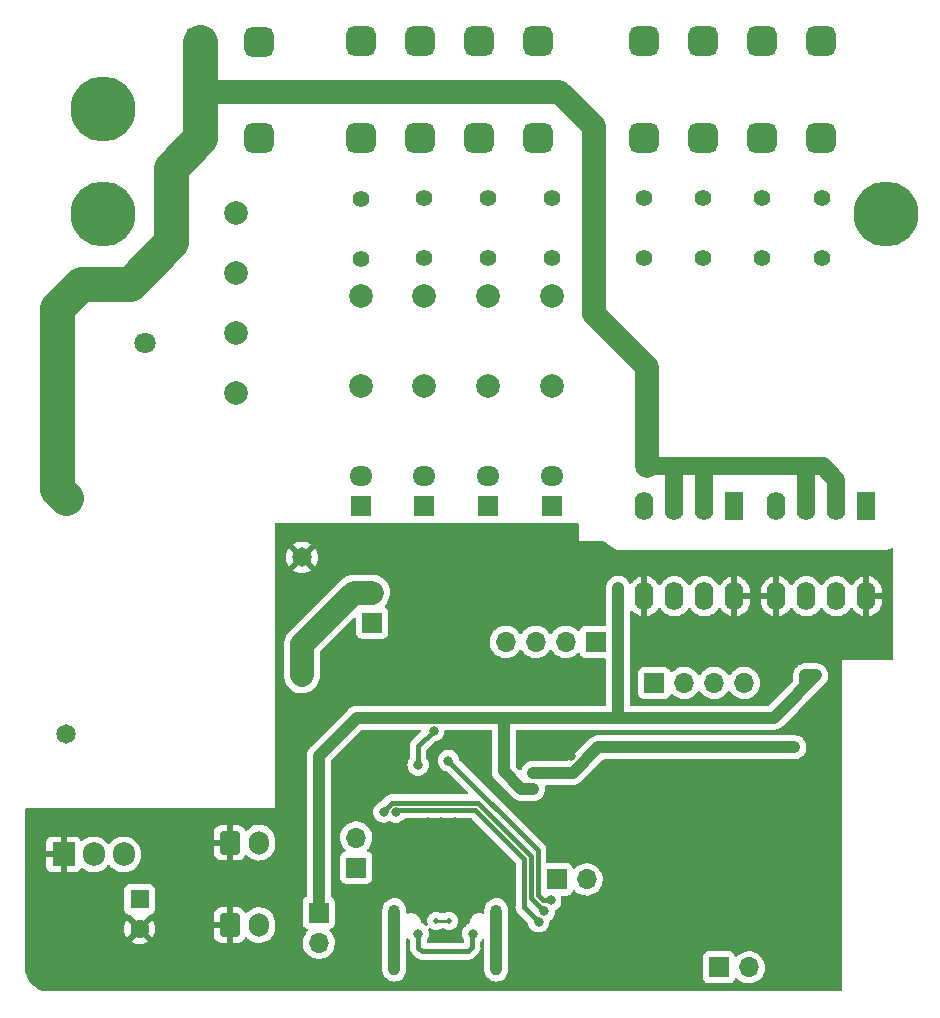
<source format=gbl>
G04 #@! TF.GenerationSoftware,KiCad,Pcbnew,(6.0.4)*
G04 #@! TF.CreationDate,2022-06-03T19:01:50+02:00*
G04 #@! TF.ProjectId,hamodule,68616d6f-6475-46c6-952e-6b696361645f,rev?*
G04 #@! TF.SameCoordinates,Original*
G04 #@! TF.FileFunction,Copper,L2,Bot*
G04 #@! TF.FilePolarity,Positive*
%FSLAX46Y46*%
G04 Gerber Fmt 4.6, Leading zero omitted, Abs format (unit mm)*
G04 Created by KiCad (PCBNEW (6.0.4)) date 2022-06-03 19:01:50*
%MOMM*%
%LPD*%
G01*
G04 APERTURE LIST*
G04 Aperture macros list*
%AMRoundRect*
0 Rectangle with rounded corners*
0 $1 Rounding radius*
0 $2 $3 $4 $5 $6 $7 $8 $9 X,Y pos of 4 corners*
0 Add a 4 corners polygon primitive as box body*
4,1,4,$2,$3,$4,$5,$6,$7,$8,$9,$2,$3,0*
0 Add four circle primitives for the rounded corners*
1,1,$1+$1,$2,$3*
1,1,$1+$1,$4,$5*
1,1,$1+$1,$6,$7*
1,1,$1+$1,$8,$9*
0 Add four rect primitives between the rounded corners*
20,1,$1+$1,$2,$3,$4,$5,0*
20,1,$1+$1,$4,$5,$6,$7,0*
20,1,$1+$1,$6,$7,$8,$9,0*
20,1,$1+$1,$8,$9,$2,$3,0*%
G04 Aperture macros list end*
G04 #@! TA.AperFunction,ComponentPad*
%ADD10R,1.700000X1.700000*%
G04 #@! TD*
G04 #@! TA.AperFunction,ComponentPad*
%ADD11O,1.700000X1.700000*%
G04 #@! TD*
G04 #@! TA.AperFunction,ComponentPad*
%ADD12C,1.800000*%
G04 #@! TD*
G04 #@! TA.AperFunction,ComponentPad*
%ADD13RoundRect,0.250000X-0.600000X-0.750000X0.600000X-0.750000X0.600000X0.750000X-0.600000X0.750000X0*%
G04 #@! TD*
G04 #@! TA.AperFunction,ComponentPad*
%ADD14O,1.700000X2.000000*%
G04 #@! TD*
G04 #@! TA.AperFunction,ComponentPad*
%ADD15R,1.650000X1.650000*%
G04 #@! TD*
G04 #@! TA.AperFunction,ComponentPad*
%ADD16C,1.650000*%
G04 #@! TD*
G04 #@! TA.AperFunction,ComponentPad*
%ADD17R,1.905000X2.000000*%
G04 #@! TD*
G04 #@! TA.AperFunction,ComponentPad*
%ADD18O,1.905000X2.000000*%
G04 #@! TD*
G04 #@! TA.AperFunction,ComponentPad*
%ADD19C,2.000000*%
G04 #@! TD*
G04 #@! TA.AperFunction,ComponentPad*
%ADD20O,1.950000X1.700000*%
G04 #@! TD*
G04 #@! TA.AperFunction,ComponentPad*
%ADD21RoundRect,0.625000X0.625000X0.625000X-0.625000X0.625000X-0.625000X-0.625000X0.625000X-0.625000X0*%
G04 #@! TD*
G04 #@! TA.AperFunction,ComponentPad*
%ADD22C,5.500000*%
G04 #@! TD*
G04 #@! TA.AperFunction,ComponentPad*
%ADD23R,1.600000X2.400000*%
G04 #@! TD*
G04 #@! TA.AperFunction,ComponentPad*
%ADD24O,1.600000X2.400000*%
G04 #@! TD*
G04 #@! TA.AperFunction,ComponentPad*
%ADD25C,1.408000*%
G04 #@! TD*
G04 #@! TA.AperFunction,ComponentPad*
%ADD26O,1.000000X2.100000*%
G04 #@! TD*
G04 #@! TA.AperFunction,ComponentPad*
%ADD27O,1.000000X1.600000*%
G04 #@! TD*
G04 #@! TA.AperFunction,ComponentPad*
%ADD28R,1.600000X1.600000*%
G04 #@! TD*
G04 #@! TA.AperFunction,ComponentPad*
%ADD29C,1.600000*%
G04 #@! TD*
G04 #@! TA.AperFunction,SMDPad,CuDef*
%ADD30C,2.000000*%
G04 #@! TD*
G04 #@! TA.AperFunction,ViaPad*
%ADD31C,0.800000*%
G04 #@! TD*
G04 #@! TA.AperFunction,ViaPad*
%ADD32C,0.500000*%
G04 #@! TD*
G04 #@! TA.AperFunction,Conductor*
%ADD33C,1.000000*%
G04 #@! TD*
G04 #@! TA.AperFunction,Conductor*
%ADD34C,3.000000*%
G04 #@! TD*
G04 #@! TA.AperFunction,Conductor*
%ADD35C,2.000000*%
G04 #@! TD*
G04 #@! TA.AperFunction,Conductor*
%ADD36C,0.250000*%
G04 #@! TD*
G04 #@! TA.AperFunction,Conductor*
%ADD37C,0.400000*%
G04 #@! TD*
G04 #@! TA.AperFunction,Conductor*
%ADD38C,1.500000*%
G04 #@! TD*
G04 APERTURE END LIST*
G36*
X179371500Y-106711500D02*
G01*
X177371500Y-106711500D01*
X177371500Y-102711500D01*
X179371500Y-102711500D01*
X179371500Y-106711500D01*
G37*
D10*
X150558500Y-144538700D03*
D11*
X150558500Y-147078700D03*
D12*
X128386500Y-94623500D03*
X135886500Y-96256830D03*
D13*
X143009300Y-138603500D03*
D14*
X145509300Y-138603500D03*
D10*
X155080500Y-119965500D03*
D11*
X155080500Y-117425500D03*
D15*
X129136100Y-109443500D03*
D16*
X129136100Y-129443500D03*
X149136100Y-124443500D03*
X149136100Y-114443500D03*
D17*
X128960000Y-139600000D03*
D18*
X131500000Y-139600000D03*
X134040000Y-139600000D03*
D19*
X154100000Y-92300000D03*
X154100000Y-99920000D03*
D10*
X154100000Y-110080000D03*
D20*
X154100000Y-107540000D03*
D19*
X159500000Y-92300000D03*
X159500000Y-99920000D03*
D10*
X159500000Y-110080000D03*
D20*
X159500000Y-107540000D03*
D19*
X170300000Y-92300000D03*
X170300000Y-99920000D03*
D10*
X170300000Y-110080000D03*
D20*
X170300000Y-107540000D03*
D21*
X169146500Y-78953500D03*
X169146500Y-70753501D03*
X164146500Y-78953500D03*
X164146500Y-70753501D03*
X159146500Y-78953500D03*
X159146500Y-70753501D03*
X154146500Y-78953500D03*
X154146500Y-70753501D03*
X145500100Y-78977099D03*
X145500100Y-70777100D03*
X140500100Y-78977099D03*
X140500100Y-70777100D03*
X193106500Y-78913499D03*
X193106500Y-70713500D03*
X188106500Y-78913499D03*
X188106500Y-70713500D03*
X183106500Y-78913499D03*
X183106500Y-70713500D03*
X178106500Y-78913499D03*
X178106500Y-70713500D03*
D19*
X143546500Y-85283500D03*
X143536500Y-90363500D03*
D22*
X198564500Y-85407500D03*
X132270500Y-85407500D03*
D19*
X164900000Y-92300000D03*
X164900000Y-99920000D03*
D10*
X164900000Y-110080000D03*
D20*
X164900000Y-107540000D03*
D22*
X132256500Y-76503500D03*
D23*
X185751274Y-110118320D03*
D24*
X183211274Y-110118320D03*
X180671274Y-110118320D03*
X178131274Y-110118320D03*
X178131274Y-117738320D03*
X180671274Y-117738320D03*
X183211274Y-117738320D03*
X185751274Y-117738320D03*
D23*
X196927274Y-110118320D03*
D24*
X194387274Y-110118320D03*
X191847274Y-110118320D03*
X189307274Y-110118320D03*
X189307274Y-117738320D03*
X191847274Y-117738320D03*
X194387274Y-117738320D03*
X196927274Y-117738320D03*
D13*
X143009300Y-145580100D03*
D14*
X145509300Y-145580100D03*
D10*
X178955700Y-125082300D03*
D11*
X181495700Y-125082300D03*
X184035700Y-125082300D03*
X186575700Y-125082300D03*
D10*
X184442100Y-149161500D03*
D11*
X186982100Y-149161500D03*
D10*
X153733500Y-140708300D03*
D11*
X153733500Y-138168300D03*
D25*
X183070500Y-89090500D03*
X183070500Y-84010500D03*
X193128900Y-89090500D03*
X193128900Y-84010500D03*
D10*
X170700700Y-141719300D03*
D11*
X173240700Y-141719300D03*
D25*
X154100000Y-89180000D03*
X154100000Y-84100000D03*
D26*
X165593000Y-144870900D03*
D27*
X156953000Y-149050900D03*
D26*
X156953000Y-144870900D03*
D27*
X165593000Y-149050900D03*
D25*
X188099700Y-89090500D03*
X188099700Y-84010500D03*
D19*
X143546500Y-95413500D03*
X143536500Y-100493500D03*
D25*
X164900000Y-89140000D03*
X164900000Y-84060000D03*
D28*
X135400000Y-143400000D03*
D29*
X135400000Y-145900000D03*
D25*
X178092100Y-89090500D03*
X178092100Y-84010500D03*
X170300000Y-89140000D03*
X170300000Y-84060000D03*
D10*
X174000000Y-121600000D03*
D11*
X171460000Y-121600000D03*
X168920000Y-121600000D03*
X166380000Y-121600000D03*
D25*
X159500000Y-89140000D03*
X159500000Y-84060000D03*
D30*
X178371500Y-102711500D03*
X178371500Y-106711500D03*
D31*
X175900000Y-117000000D03*
X168719500Y-134048500D03*
X167703500Y-134048500D03*
X191731900Y-124421900D03*
X192671700Y-124432420D03*
X190836500Y-130523500D03*
X168700000Y-132700000D03*
D32*
X160503000Y-145224500D03*
X161607500Y-145224500D03*
D31*
X170192700Y-143497300D03*
X161536500Y-131663500D03*
X160296500Y-129123000D03*
X158966500Y-132033500D03*
X158983000Y-146300784D03*
X163600000Y-146300000D03*
X183172100Y-135851900D03*
X185407300Y-139712700D03*
X187337700Y-139712700D03*
X185559700Y-133311900D03*
X190500000Y-136766300D03*
X162116300Y-136856500D03*
X160926500Y-139103900D03*
X188400000Y-132270500D03*
X157356500Y-142843500D03*
X186500000Y-132270500D03*
X153800000Y-133100000D03*
X182181500Y-136740900D03*
X159786500Y-139103900D03*
X188201300Y-126403100D03*
X155106500Y-150003500D03*
X162106500Y-139173900D03*
X193856500Y-144343500D03*
X171912632Y-125487368D03*
X184518300Y-140652500D03*
X171500000Y-136300000D03*
X172212000Y-146812000D03*
X193865500Y-130644900D03*
X166738300Y-143116300D03*
X171900000Y-131300000D03*
X159796500Y-137999500D03*
X160922500Y-137974100D03*
X160922500Y-136856500D03*
X173228000Y-146812000D03*
X189600000Y-135826500D03*
X189600000Y-137700000D03*
X187490100Y-133311900D03*
X188277500Y-140652500D03*
X157612099Y-140708899D03*
X171196000Y-146812000D03*
X184600000Y-132270500D03*
X168100000Y-136100000D03*
X156324300Y-142862300D03*
X182181500Y-138620500D03*
X153826500Y-148833500D03*
X159804900Y-136881900D03*
X182181500Y-134861300D03*
X165773100Y-142811500D03*
X164021100Y-141900900D03*
X183172100Y-137731500D03*
X190500000Y-134900000D03*
X190500000Y-138700000D03*
X186397900Y-140652500D03*
X162090900Y-137948700D03*
X157083980Y-136013900D03*
X169176700Y-145300700D03*
X169659300Y-144411700D03*
X156066500Y-136005500D03*
D33*
X166226500Y-128143500D02*
X166346500Y-128023500D01*
X191731900Y-124421900D02*
X191731900Y-125372220D01*
X175900000Y-117000000D02*
X175900000Y-127900000D01*
X170596500Y-128023500D02*
X176023500Y-128023500D01*
X189080620Y-128023500D02*
X190423560Y-126680560D01*
X191731900Y-125372220D02*
X190423560Y-126680560D01*
X150558500Y-131231500D02*
X150558500Y-144538700D01*
X192671700Y-124432420D02*
X191742420Y-124432420D01*
X167703500Y-134048500D02*
X166226500Y-132571500D01*
X166226500Y-131334500D02*
X166226500Y-128143500D01*
X153766500Y-128023500D02*
X150558500Y-131231500D01*
X191742420Y-124432420D02*
X191731900Y-124421900D01*
X170596500Y-128023500D02*
X166346500Y-128023500D01*
X176023500Y-128023500D02*
X189080620Y-128023500D01*
X166226500Y-132571500D02*
X166226500Y-131334500D01*
X192671700Y-124432420D02*
X191731900Y-125372220D01*
X167703500Y-134048500D02*
X168719500Y-134048500D01*
X166346500Y-128023500D02*
X153766500Y-128023500D01*
X175900000Y-127900000D02*
X176023500Y-128023500D01*
D34*
X140500100Y-70777100D02*
X140500100Y-75018900D01*
X128386500Y-94623500D02*
X128386500Y-103303500D01*
X130469915Y-91267293D02*
X128386500Y-93350708D01*
X138020011Y-81457188D02*
X138020011Y-87789027D01*
D35*
X173824900Y-93814900D02*
X173824900Y-77963162D01*
D34*
X128386500Y-93350708D02*
X128386500Y-94623500D01*
D35*
X178371500Y-102711500D02*
X178371500Y-98361500D01*
X178371500Y-98361500D02*
X173824900Y-93814900D01*
D34*
X140500100Y-75018900D02*
X140500100Y-78977099D01*
X128386500Y-103303500D02*
X128386500Y-108693900D01*
X138020011Y-87789027D02*
X134541745Y-91267293D01*
D35*
X170880638Y-75018900D02*
X140500100Y-75018900D01*
D34*
X134541745Y-91267293D02*
X130469915Y-91267293D01*
D35*
X173824900Y-77963162D02*
X170880638Y-75018900D01*
D34*
X128386500Y-108693900D02*
X129136100Y-109443500D01*
X140500100Y-78977099D02*
X138020011Y-81457188D01*
D33*
X172054944Y-132700000D02*
X168700000Y-132700000D01*
X174231444Y-130523500D02*
X172054944Y-132700000D01*
X190836500Y-130523500D02*
X174231444Y-130523500D01*
D36*
X160503000Y-145224500D02*
X161607500Y-145224500D01*
D37*
X161536500Y-131663500D02*
X169125900Y-139252900D01*
X169583100Y-143497300D02*
X170192700Y-143497300D01*
X169125900Y-143040100D02*
X169583100Y-143497300D01*
X169125900Y-139252900D02*
X169125900Y-143040100D01*
X158966500Y-130453000D02*
X160296500Y-129123000D01*
X158966500Y-132033500D02*
X158966500Y-130453000D01*
X159300000Y-147800000D02*
X163200000Y-147800000D01*
X163200000Y-147800000D02*
X163543000Y-147457000D01*
X158983000Y-147483000D02*
X159300000Y-147800000D01*
X163543000Y-147457000D02*
X163543000Y-146300900D01*
X158983000Y-146300784D02*
X158983000Y-147483000D01*
D35*
X149136100Y-124443500D02*
X149136100Y-121810878D01*
X149136100Y-121810878D02*
X153521478Y-117425500D01*
X153521478Y-117425500D02*
X155080500Y-117425500D01*
D37*
X163774375Y-135818625D02*
X167926860Y-139971110D01*
X157083980Y-136013900D02*
X157279255Y-135818625D01*
X167926860Y-139971110D02*
X167926860Y-144050860D01*
X167926860Y-144050860D02*
X169176700Y-145300700D01*
X157279255Y-135818625D02*
X163774375Y-135818625D01*
D33*
X156953000Y-144870900D02*
X156953000Y-149050900D01*
X165593000Y-149050900D02*
X165593000Y-144870900D01*
D38*
X194387274Y-107887274D02*
X194387274Y-110118320D01*
X183211274Y-110118320D02*
X183211274Y-106811726D01*
X180671274Y-107028726D02*
X180988500Y-106711500D01*
X180988500Y-106711500D02*
X183311500Y-106711500D01*
X193211500Y-106711500D02*
X194387274Y-107887274D01*
X191988500Y-106711500D02*
X193211500Y-106711500D01*
X183311500Y-106711500D02*
X191988500Y-106711500D01*
X178371500Y-106711500D02*
X180988500Y-106711500D01*
X191847274Y-106852726D02*
X191988500Y-106711500D01*
X180671274Y-110118320D02*
X180671274Y-107028726D01*
X183211274Y-106811726D02*
X183311500Y-106711500D01*
X191847274Y-110118320D02*
X191847274Y-106852726D01*
D37*
X169598850Y-144360900D02*
X169710100Y-144360900D01*
X156066500Y-136005500D02*
X156066500Y-135900700D01*
X156752811Y-135214389D02*
X164017989Y-135214389D01*
X164017989Y-135214389D02*
X168526380Y-139722780D01*
X168526380Y-143288430D02*
X169649650Y-144411700D01*
X169649650Y-144411700D02*
X169659300Y-144411700D01*
X168526380Y-139722780D02*
X168526380Y-143288430D01*
X156066500Y-135900700D02*
X156752811Y-135214389D01*
G04 #@! TA.AperFunction,Conductor*
G36*
X172475261Y-111532776D02*
G01*
X172543369Y-111552822D01*
X172589828Y-111606507D01*
X172601177Y-111659719D01*
X172590444Y-113093500D01*
X172604241Y-113093494D01*
X172604243Y-113093494D01*
X174387997Y-113092663D01*
X174746211Y-113092496D01*
X174814341Y-113112466D01*
X174841000Y-113135417D01*
X174945464Y-113254536D01*
X175147763Y-113431947D01*
X175371488Y-113581435D01*
X175375187Y-113583259D01*
X175375192Y-113583262D01*
X175609116Y-113698620D01*
X175612811Y-113700442D01*
X175616709Y-113701765D01*
X175616711Y-113701766D01*
X175863693Y-113785606D01*
X175863697Y-113785607D01*
X175867603Y-113786933D01*
X175871647Y-113787737D01*
X175871653Y-113787739D01*
X176127461Y-113838622D01*
X176127464Y-113838622D01*
X176131504Y-113839426D01*
X176135616Y-113839696D01*
X176135620Y-113839696D01*
X176224486Y-113845520D01*
X176366529Y-113854830D01*
X176379188Y-113856306D01*
X176387448Y-113857696D01*
X176393941Y-113857775D01*
X176395140Y-113857790D01*
X176395143Y-113857790D01*
X176400000Y-113857849D01*
X176427624Y-113853893D01*
X176445486Y-113852620D01*
X198245610Y-113852620D01*
X198266520Y-113854367D01*
X198286302Y-113857696D01*
X198292578Y-113857772D01*
X198293989Y-113857790D01*
X198293993Y-113857790D01*
X198298854Y-113857849D01*
X198303671Y-113857159D01*
X198303674Y-113857159D01*
X198308996Y-113856397D01*
X198315878Y-113855604D01*
X198409440Y-113847422D01*
X198504823Y-113839081D01*
X198704534Y-113785575D01*
X198709515Y-113783252D01*
X198709519Y-113783251D01*
X198859458Y-113713338D01*
X198891920Y-113698202D01*
X198991559Y-113628437D01*
X199058834Y-113605750D01*
X199127694Y-113623036D01*
X199176277Y-113674807D01*
X199189828Y-113731521D01*
X199199370Y-123000370D01*
X199179438Y-123068512D01*
X199125830Y-123115060D01*
X199073370Y-123126500D01*
X194881500Y-123126500D01*
X194881500Y-151067317D01*
X194861498Y-151135438D01*
X194807842Y-151181931D01*
X194755506Y-151193317D01*
X161839100Y-151195000D01*
X127748118Y-151195000D01*
X127728635Y-151193485D01*
X127714044Y-151191201D01*
X127714042Y-151191201D01*
X127705180Y-151189814D01*
X127689176Y-151191894D01*
X127688890Y-151191931D01*
X127664317Y-151192706D01*
X127441857Y-151177957D01*
X127425526Y-151175795D01*
X127181001Y-151126981D01*
X127165092Y-151122707D01*
X126929019Y-151042408D01*
X126913813Y-151036100D01*
X126690226Y-150925683D01*
X126675966Y-150917440D01*
X126468703Y-150778804D01*
X126455638Y-150768770D01*
X126268224Y-150604270D01*
X126256598Y-150592634D01*
X126092250Y-150405094D01*
X126082227Y-150392024D01*
X126043931Y-150334673D01*
X125943751Y-150184647D01*
X125935521Y-150170383D01*
X125911585Y-150121816D01*
X125825288Y-149946722D01*
X125818987Y-149931502D01*
X125738872Y-149695365D01*
X125734611Y-149679453D01*
X125711179Y-149561594D01*
X125685987Y-149434882D01*
X125683839Y-149418555D01*
X125683356Y-149411173D01*
X125682668Y-149400669D01*
X155944500Y-149400669D01*
X155944800Y-149403725D01*
X155944800Y-149403732D01*
X155950537Y-149462240D01*
X155958920Y-149547733D01*
X156016084Y-149737069D01*
X156108934Y-149911696D01*
X156137501Y-149946722D01*
X156230040Y-150060187D01*
X156230043Y-150060190D01*
X156233935Y-150064962D01*
X156238682Y-150068889D01*
X156238684Y-150068891D01*
X156381575Y-150187101D01*
X156381579Y-150187103D01*
X156386325Y-150191030D01*
X156560299Y-150285098D01*
X156749232Y-150343582D01*
X156755357Y-150344226D01*
X156755358Y-150344226D01*
X156939796Y-150363611D01*
X156939798Y-150363611D01*
X156945925Y-150364255D01*
X157028424Y-150356747D01*
X157136749Y-150346889D01*
X157136752Y-150346888D01*
X157142888Y-150346330D01*
X157148794Y-150344592D01*
X157148798Y-150344591D01*
X157253924Y-150313651D01*
X157332619Y-150290490D01*
X157338077Y-150287637D01*
X157338081Y-150287635D01*
X157428853Y-150240180D01*
X157507890Y-150198860D01*
X157662025Y-150074932D01*
X157789154Y-149923426D01*
X157792121Y-149918028D01*
X157792125Y-149918023D01*
X157881467Y-149755508D01*
X157884433Y-149750113D01*
X157886846Y-149742508D01*
X157942373Y-149567464D01*
X157942373Y-149567463D01*
X157944235Y-149561594D01*
X157961500Y-149407673D01*
X157961500Y-146818731D01*
X157981502Y-146750610D01*
X158035158Y-146704117D01*
X158105432Y-146694013D01*
X158170012Y-146723507D01*
X158196619Y-146755731D01*
X158238579Y-146828407D01*
X158243960Y-146837728D01*
X158248379Y-146842636D01*
X158250436Y-146845467D01*
X158274295Y-146912335D01*
X158274500Y-146919528D01*
X158274500Y-147454088D01*
X158274208Y-147462658D01*
X158271030Y-147509281D01*
X158270275Y-147520352D01*
X158271580Y-147527829D01*
X158271580Y-147527830D01*
X158281261Y-147583299D01*
X158282223Y-147589821D01*
X158289898Y-147653242D01*
X158292581Y-147660343D01*
X158293222Y-147662952D01*
X158297685Y-147679262D01*
X158298450Y-147681798D01*
X158299757Y-147689284D01*
X158319705Y-147734725D01*
X158325442Y-147747795D01*
X158327935Y-147753904D01*
X158347356Y-147805300D01*
X158350513Y-147813656D01*
X158354817Y-147819919D01*
X158356054Y-147822285D01*
X158364299Y-147837097D01*
X158365632Y-147839351D01*
X158368685Y-147846305D01*
X158397448Y-147883788D01*
X158407579Y-147896991D01*
X158411459Y-147902332D01*
X158443339Y-147948720D01*
X158443344Y-147948725D01*
X158447643Y-147954981D01*
X158453313Y-147960032D01*
X158453314Y-147960034D01*
X158494170Y-147996435D01*
X158499446Y-148001416D01*
X158778550Y-148280520D01*
X158784404Y-148286785D01*
X158822439Y-148330385D01*
X158849440Y-148349361D01*
X158874697Y-148367112D01*
X158879993Y-148371045D01*
X158930282Y-148410477D01*
X158937204Y-148413602D01*
X158939452Y-148414964D01*
X158954185Y-148423368D01*
X158956524Y-148424622D01*
X158962739Y-148428990D01*
X158969815Y-148431749D01*
X158969819Y-148431751D01*
X159022269Y-148452200D01*
X159028334Y-148454749D01*
X159086573Y-148481045D01*
X159094038Y-148482429D01*
X159096582Y-148483226D01*
X159112848Y-148487859D01*
X159115428Y-148488521D01*
X159122509Y-148491282D01*
X159130042Y-148492274D01*
X159130043Y-148492274D01*
X159143261Y-148494014D01*
X159185857Y-148499622D01*
X159192355Y-148500650D01*
X159255187Y-148512296D01*
X159262767Y-148511859D01*
X159262768Y-148511859D01*
X159317398Y-148508709D01*
X159324651Y-148508500D01*
X163171088Y-148508500D01*
X163179658Y-148508792D01*
X163229776Y-148512209D01*
X163229780Y-148512209D01*
X163237352Y-148512725D01*
X163244829Y-148511420D01*
X163244830Y-148511420D01*
X163271308Y-148506799D01*
X163300303Y-148501738D01*
X163306821Y-148500777D01*
X163370242Y-148493102D01*
X163377343Y-148490419D01*
X163379952Y-148489778D01*
X163396262Y-148485315D01*
X163398798Y-148484550D01*
X163406284Y-148483243D01*
X163464800Y-148457556D01*
X163470904Y-148455065D01*
X163475319Y-148453397D01*
X163498563Y-148444614D01*
X163523548Y-148435173D01*
X163523549Y-148435172D01*
X163530656Y-148432487D01*
X163536919Y-148428183D01*
X163539285Y-148426946D01*
X163554097Y-148418701D01*
X163556351Y-148417368D01*
X163563305Y-148414315D01*
X163614002Y-148375413D01*
X163619332Y-148371541D01*
X163665720Y-148339661D01*
X163665725Y-148339656D01*
X163671981Y-148335357D01*
X163713435Y-148288830D01*
X163718416Y-148283554D01*
X164023535Y-147978436D01*
X164029800Y-147972583D01*
X164067664Y-147939552D01*
X164067665Y-147939551D01*
X164073385Y-147934561D01*
X164110136Y-147882271D01*
X164114028Y-147877029D01*
X164153476Y-147826718D01*
X164156600Y-147819799D01*
X164157988Y-147817507D01*
X164166367Y-147802816D01*
X164167621Y-147800476D01*
X164171990Y-147794261D01*
X164187725Y-147753904D01*
X164195202Y-147734725D01*
X164197759Y-147728642D01*
X164211722Y-147697720D01*
X164224045Y-147670427D01*
X164225430Y-147662954D01*
X164226234Y-147660388D01*
X164230855Y-147644165D01*
X164231520Y-147641573D01*
X164234282Y-147634491D01*
X164242622Y-147571139D01*
X164243654Y-147564623D01*
X164253911Y-147509281D01*
X164255295Y-147501814D01*
X164251709Y-147439620D01*
X164251500Y-147432367D01*
X164251500Y-146982533D01*
X164271502Y-146914412D01*
X164283858Y-146898230D01*
X164339040Y-146836944D01*
X164342339Y-146831231D01*
X164342342Y-146831226D01*
X164349381Y-146819033D01*
X164400764Y-146770040D01*
X164470477Y-146756604D01*
X164536388Y-146782991D01*
X164577570Y-146840823D01*
X164584500Y-146882033D01*
X164584500Y-149400669D01*
X164584800Y-149403725D01*
X164584800Y-149403732D01*
X164590537Y-149462240D01*
X164598920Y-149547733D01*
X164656084Y-149737069D01*
X164748934Y-149911696D01*
X164777501Y-149946722D01*
X164870040Y-150060187D01*
X164870043Y-150060190D01*
X164873935Y-150064962D01*
X164878682Y-150068889D01*
X164878684Y-150068891D01*
X165021575Y-150187101D01*
X165021579Y-150187103D01*
X165026325Y-150191030D01*
X165200299Y-150285098D01*
X165389232Y-150343582D01*
X165395357Y-150344226D01*
X165395358Y-150344226D01*
X165579796Y-150363611D01*
X165579798Y-150363611D01*
X165585925Y-150364255D01*
X165668424Y-150356747D01*
X165776749Y-150346889D01*
X165776752Y-150346888D01*
X165782888Y-150346330D01*
X165788794Y-150344592D01*
X165788798Y-150344591D01*
X165893924Y-150313651D01*
X165972619Y-150290490D01*
X165978077Y-150287637D01*
X165978081Y-150287635D01*
X166068853Y-150240180D01*
X166147890Y-150198860D01*
X166302025Y-150074932D01*
X166314862Y-150059634D01*
X183083600Y-150059634D01*
X183090355Y-150121816D01*
X183141485Y-150258205D01*
X183228839Y-150374761D01*
X183345395Y-150462115D01*
X183481784Y-150513245D01*
X183543966Y-150520000D01*
X185340234Y-150520000D01*
X185402416Y-150513245D01*
X185538805Y-150462115D01*
X185655361Y-150374761D01*
X185742715Y-150258205D01*
X185764899Y-150199029D01*
X185786698Y-150140882D01*
X185829340Y-150084118D01*
X185895902Y-150059418D01*
X185965250Y-150074626D01*
X185999917Y-150102614D01*
X186028350Y-150135438D01*
X186200226Y-150278132D01*
X186393100Y-150390838D01*
X186601792Y-150470530D01*
X186606860Y-150471561D01*
X186606863Y-150471562D01*
X186714117Y-150493383D01*
X186820697Y-150515067D01*
X186825872Y-150515257D01*
X186825874Y-150515257D01*
X187038773Y-150523064D01*
X187038777Y-150523064D01*
X187043937Y-150523253D01*
X187049057Y-150522597D01*
X187049059Y-150522597D01*
X187260388Y-150495525D01*
X187260389Y-150495525D01*
X187265516Y-150494868D01*
X187270466Y-150493383D01*
X187474529Y-150432161D01*
X187474534Y-150432159D01*
X187479484Y-150430674D01*
X187680094Y-150332396D01*
X187861960Y-150202673D01*
X187865787Y-150198860D01*
X188005716Y-150059418D01*
X188020196Y-150044989D01*
X188150553Y-149863577D01*
X188249530Y-149663311D01*
X188314470Y-149449569D01*
X188343629Y-149228090D01*
X188344714Y-149183699D01*
X188345174Y-149164865D01*
X188345174Y-149164861D01*
X188345256Y-149161500D01*
X188326952Y-148938861D01*
X188272531Y-148722202D01*
X188183454Y-148517340D01*
X188126298Y-148428990D01*
X188064922Y-148334117D01*
X188064920Y-148334114D01*
X188062114Y-148329777D01*
X187911770Y-148164551D01*
X187907719Y-148161352D01*
X187907715Y-148161348D01*
X187740514Y-148029300D01*
X187740510Y-148029298D01*
X187736459Y-148026098D01*
X187691748Y-148001416D01*
X187650119Y-147978436D01*
X187540889Y-147918138D01*
X187536020Y-147916414D01*
X187536016Y-147916412D01*
X187335187Y-147845295D01*
X187335183Y-147845294D01*
X187330312Y-147843569D01*
X187325219Y-147842662D01*
X187325216Y-147842661D01*
X187115473Y-147805300D01*
X187115467Y-147805299D01*
X187110384Y-147804394D01*
X187036552Y-147803492D01*
X186892181Y-147801728D01*
X186892179Y-147801728D01*
X186887011Y-147801665D01*
X186666191Y-147835455D01*
X186453856Y-147904857D01*
X186423543Y-147920637D01*
X186277937Y-147996435D01*
X186255707Y-148008007D01*
X186251574Y-148011110D01*
X186251571Y-148011112D01*
X186106715Y-148119873D01*
X186077065Y-148142135D01*
X186020637Y-148201184D01*
X185996383Y-148226564D01*
X185934859Y-148261994D01*
X185863946Y-148258537D01*
X185806160Y-148217291D01*
X185787307Y-148183743D01*
X185745867Y-148073203D01*
X185742715Y-148064795D01*
X185655361Y-147948239D01*
X185538805Y-147860885D01*
X185402416Y-147809755D01*
X185340234Y-147803000D01*
X183543966Y-147803000D01*
X183481784Y-147809755D01*
X183345395Y-147860885D01*
X183228839Y-147948239D01*
X183141485Y-148064795D01*
X183090355Y-148201184D01*
X183083600Y-148263366D01*
X183083600Y-150059634D01*
X166314862Y-150059634D01*
X166429154Y-149923426D01*
X166432121Y-149918028D01*
X166432125Y-149918023D01*
X166521467Y-149755508D01*
X166524433Y-149750113D01*
X166526846Y-149742508D01*
X166582373Y-149567464D01*
X166582373Y-149567463D01*
X166584235Y-149561594D01*
X166601500Y-149407673D01*
X166601500Y-144271131D01*
X166600814Y-144264127D01*
X166591276Y-144166860D01*
X166587080Y-144124067D01*
X166578513Y-144095690D01*
X166531697Y-143940631D01*
X166529916Y-143934731D01*
X166437066Y-143760104D01*
X166339573Y-143640566D01*
X166315960Y-143611613D01*
X166315957Y-143611610D01*
X166312065Y-143606838D01*
X166305724Y-143601592D01*
X166164425Y-143484699D01*
X166164421Y-143484697D01*
X166159675Y-143480770D01*
X165985701Y-143386702D01*
X165796768Y-143328218D01*
X165790643Y-143327574D01*
X165790642Y-143327574D01*
X165606204Y-143308189D01*
X165606202Y-143308189D01*
X165600075Y-143307545D01*
X165529861Y-143313935D01*
X165409251Y-143324911D01*
X165409248Y-143324912D01*
X165403112Y-143325470D01*
X165397206Y-143327208D01*
X165397202Y-143327209D01*
X165292076Y-143358149D01*
X165213381Y-143381310D01*
X165207923Y-143384163D01*
X165207919Y-143384165D01*
X165117147Y-143431620D01*
X165038110Y-143472940D01*
X164883975Y-143596868D01*
X164756846Y-143748374D01*
X164753879Y-143753772D01*
X164753875Y-143753777D01*
X164750397Y-143760104D01*
X164661567Y-143921687D01*
X164659706Y-143927554D01*
X164659705Y-143927556D01*
X164611992Y-144077965D01*
X164601765Y-144110206D01*
X164584500Y-144264127D01*
X164584500Y-144483762D01*
X164564498Y-144551883D01*
X164510842Y-144598376D01*
X164440568Y-144608480D01*
X164431014Y-144606728D01*
X164312370Y-144580208D01*
X164256457Y-144567710D01*
X164250912Y-144567400D01*
X164117756Y-144567400D01*
X163982963Y-144582043D01*
X163864810Y-144621806D01*
X163817796Y-144637628D01*
X163817794Y-144637629D01*
X163811325Y-144639806D01*
X163656095Y-144733077D01*
X163651138Y-144737765D01*
X163651135Y-144737767D01*
X163529473Y-144852818D01*
X163524515Y-144857507D01*
X163520683Y-144863145D01*
X163520680Y-144863149D01*
X163462578Y-144948644D01*
X163422723Y-145007288D01*
X163355470Y-145175434D01*
X163354356Y-145182162D01*
X163354355Y-145182166D01*
X163330553Y-145325944D01*
X163325892Y-145354098D01*
X163325918Y-145354595D01*
X163302960Y-145419206D01*
X163252175Y-145460385D01*
X163149281Y-145506195D01*
X163149274Y-145506199D01*
X163143248Y-145508882D01*
X162988747Y-145621134D01*
X162984326Y-145626044D01*
X162984325Y-145626045D01*
X162899730Y-145719998D01*
X162860960Y-145763056D01*
X162765473Y-145928444D01*
X162706458Y-146110072D01*
X162705768Y-146116633D01*
X162705768Y-146116635D01*
X162696039Y-146209200D01*
X162686496Y-146300000D01*
X162687186Y-146306565D01*
X162705342Y-146479306D01*
X162706458Y-146489928D01*
X162765473Y-146671556D01*
X162768776Y-146677278D01*
X162768777Y-146677279D01*
X162817619Y-146761875D01*
X162834500Y-146824875D01*
X162834500Y-146965500D01*
X162814498Y-147033621D01*
X162760842Y-147080114D01*
X162708500Y-147091500D01*
X159817500Y-147091500D01*
X159749379Y-147071498D01*
X159702886Y-147017842D01*
X159691500Y-146965500D01*
X159691500Y-146919528D01*
X159711502Y-146851407D01*
X159715564Y-146845467D01*
X159717621Y-146842636D01*
X159722040Y-146837728D01*
X159725794Y-146831226D01*
X159814223Y-146678063D01*
X159814224Y-146678062D01*
X159817527Y-146672340D01*
X159876542Y-146490712D01*
X159886794Y-146393175D01*
X159895814Y-146307349D01*
X159896504Y-146300784D01*
X159890849Y-146246977D01*
X159877232Y-146117419D01*
X159877232Y-146117417D01*
X159876542Y-146110856D01*
X159826154Y-145955779D01*
X159824126Y-145884813D01*
X159860789Y-145824015D01*
X159924501Y-145792690D01*
X159995035Y-145800782D01*
X160015917Y-145813454D01*
X160016455Y-145812632D01*
X160148238Y-145898868D01*
X160158846Y-145905810D01*
X160165450Y-145908266D01*
X160165452Y-145908267D01*
X160221815Y-145929228D01*
X160318341Y-145965126D01*
X160487015Y-145987632D01*
X160494026Y-145986994D01*
X160494030Y-145986994D01*
X160649462Y-145972848D01*
X160656483Y-145972209D01*
X160663185Y-145970031D01*
X160663187Y-145970031D01*
X160811623Y-145921801D01*
X160811626Y-145921800D01*
X160818322Y-145919624D01*
X160824373Y-145916017D01*
X160824375Y-145916016D01*
X160891887Y-145875771D01*
X160956404Y-145858000D01*
X161152723Y-145858000D01*
X161221716Y-145878568D01*
X161252738Y-145898868D01*
X161263346Y-145905810D01*
X161269950Y-145908266D01*
X161269952Y-145908267D01*
X161326315Y-145929228D01*
X161422841Y-145965126D01*
X161591515Y-145987632D01*
X161598526Y-145986994D01*
X161598530Y-145986994D01*
X161753962Y-145972848D01*
X161760983Y-145972209D01*
X161767685Y-145970031D01*
X161767687Y-145970031D01*
X161916123Y-145921801D01*
X161916126Y-145921800D01*
X161922822Y-145919624D01*
X162068990Y-145832490D01*
X162074084Y-145827639D01*
X162074088Y-145827636D01*
X162161094Y-145744781D01*
X162192221Y-145715139D01*
X162220713Y-145672256D01*
X162245196Y-145635405D01*
X162286391Y-145573402D01*
X162346819Y-145414325D01*
X162370501Y-145245813D01*
X162370618Y-145237464D01*
X162370744Y-145228461D01*
X162370744Y-145228455D01*
X162370799Y-145224500D01*
X162351831Y-145055392D01*
X162295868Y-144894689D01*
X162289883Y-144885110D01*
X162229452Y-144788403D01*
X162205692Y-144750379D01*
X162085786Y-144629632D01*
X162069539Y-144619321D01*
X162010798Y-144582043D01*
X161942108Y-144538451D01*
X161781800Y-144481368D01*
X161612829Y-144461220D01*
X161605826Y-144461956D01*
X161605825Y-144461956D01*
X161450601Y-144478270D01*
X161450597Y-144478271D01*
X161443593Y-144479007D01*
X161282503Y-144533846D01*
X161219968Y-144572318D01*
X161153948Y-144591000D01*
X160957018Y-144591000D01*
X160889506Y-144571387D01*
X160837608Y-144538451D01*
X160677300Y-144481368D01*
X160508329Y-144461220D01*
X160501326Y-144461956D01*
X160501325Y-144461956D01*
X160346101Y-144478270D01*
X160346097Y-144478271D01*
X160339093Y-144479007D01*
X160332422Y-144481278D01*
X160184673Y-144531575D01*
X160184670Y-144531576D01*
X160178003Y-144533846D01*
X160172005Y-144537536D01*
X160172003Y-144537537D01*
X160039065Y-144619321D01*
X160039063Y-144619323D01*
X160033066Y-144623012D01*
X159911486Y-144742073D01*
X159907675Y-144747987D01*
X159907673Y-144747989D01*
X159874826Y-144798957D01*
X159819304Y-144885110D01*
X159761103Y-145045016D01*
X159739775Y-145213843D01*
X159756381Y-145383199D01*
X159776584Y-145443930D01*
X159788986Y-145481213D01*
X159791509Y-145552165D01*
X159755272Y-145613217D01*
X159691780Y-145644987D01*
X159621192Y-145637386D01*
X159595016Y-145620868D01*
X159594253Y-145621918D01*
X159445094Y-145513547D01*
X159445093Y-145513546D01*
X159439752Y-145509666D01*
X159433726Y-145506983D01*
X159433719Y-145506979D01*
X159288723Y-145442424D01*
X159234627Y-145396444D01*
X159214144Y-145333911D01*
X159213428Y-145320235D01*
X159210630Y-145266853D01*
X159203748Y-145241866D01*
X159164352Y-145098841D01*
X159162539Y-145092259D01*
X159078078Y-144932064D01*
X159073673Y-144926851D01*
X159073670Y-144926847D01*
X158965594Y-144798957D01*
X158965590Y-144798953D01*
X158961187Y-144793743D01*
X158953996Y-144788245D01*
X158822743Y-144687894D01*
X158822739Y-144687891D01*
X158817322Y-144683750D01*
X158711982Y-144634629D01*
X158659369Y-144610095D01*
X158659366Y-144610094D01*
X158653192Y-144607215D01*
X158646544Y-144605729D01*
X158646541Y-144605728D01*
X158519184Y-144577261D01*
X158476457Y-144567710D01*
X158470912Y-144567400D01*
X158337756Y-144567400D01*
X158202963Y-144582043D01*
X158127688Y-144607376D01*
X158056747Y-144610146D01*
X157995568Y-144574123D01*
X157963577Y-144510742D01*
X157961500Y-144487957D01*
X157961500Y-144271131D01*
X157960814Y-144264127D01*
X157951276Y-144166860D01*
X157947080Y-144124067D01*
X157938513Y-144095690D01*
X157891697Y-143940631D01*
X157889916Y-143934731D01*
X157797066Y-143760104D01*
X157699573Y-143640566D01*
X157675960Y-143611613D01*
X157675957Y-143611610D01*
X157672065Y-143606838D01*
X157665724Y-143601592D01*
X157524425Y-143484699D01*
X157524421Y-143484697D01*
X157519675Y-143480770D01*
X157345701Y-143386702D01*
X157156768Y-143328218D01*
X157150643Y-143327574D01*
X157150642Y-143327574D01*
X156966204Y-143308189D01*
X156966202Y-143308189D01*
X156960075Y-143307545D01*
X156889861Y-143313935D01*
X156769251Y-143324911D01*
X156769248Y-143324912D01*
X156763112Y-143325470D01*
X156757206Y-143327208D01*
X156757202Y-143327209D01*
X156652076Y-143358149D01*
X156573381Y-143381310D01*
X156567923Y-143384163D01*
X156567919Y-143384165D01*
X156477147Y-143431620D01*
X156398110Y-143472940D01*
X156243975Y-143596868D01*
X156116846Y-143748374D01*
X156113879Y-143753772D01*
X156113875Y-143753777D01*
X156110397Y-143760104D01*
X156021567Y-143921687D01*
X156019706Y-143927554D01*
X156019705Y-143927556D01*
X155971992Y-144077965D01*
X155961765Y-144110206D01*
X155944500Y-144264127D01*
X155944500Y-149400669D01*
X125682668Y-149400669D01*
X125669974Y-149206906D01*
X125671149Y-149183727D01*
X125670833Y-149183699D01*
X125671267Y-149178859D01*
X125672076Y-149174052D01*
X125672229Y-149161500D01*
X125668273Y-149133876D01*
X125667000Y-149116014D01*
X125667000Y-146986062D01*
X134678493Y-146986062D01*
X134687789Y-146998077D01*
X134738994Y-147033931D01*
X134748489Y-147039414D01*
X134945947Y-147131490D01*
X134956239Y-147135236D01*
X135166688Y-147191625D01*
X135177481Y-147193528D01*
X135394525Y-147212517D01*
X135405475Y-147212517D01*
X135622519Y-147193528D01*
X135633312Y-147191625D01*
X135843761Y-147135236D01*
X135854053Y-147131490D01*
X136051511Y-147039414D01*
X136061006Y-147033931D01*
X136113048Y-146997491D01*
X136121424Y-146987012D01*
X136114356Y-146973566D01*
X135412812Y-146272022D01*
X135398868Y-146264408D01*
X135397035Y-146264539D01*
X135390420Y-146268790D01*
X134684923Y-146974287D01*
X134678493Y-146986062D01*
X125667000Y-146986062D01*
X125667000Y-145905475D01*
X134087483Y-145905475D01*
X134106472Y-146122519D01*
X134108375Y-146133312D01*
X134164764Y-146343761D01*
X134168510Y-146354053D01*
X134260586Y-146551511D01*
X134266069Y-146561006D01*
X134302509Y-146613048D01*
X134312988Y-146621424D01*
X134326434Y-146614356D01*
X135027978Y-145912812D01*
X135034356Y-145901132D01*
X135764408Y-145901132D01*
X135764539Y-145902965D01*
X135768790Y-145909580D01*
X136474287Y-146615077D01*
X136486062Y-146621507D01*
X136498077Y-146612211D01*
X136533931Y-146561006D01*
X136539414Y-146551511D01*
X136620699Y-146377195D01*
X141651301Y-146377195D01*
X141651638Y-146383714D01*
X141661557Y-146479306D01*
X141664449Y-146492700D01*
X141715888Y-146646884D01*
X141722061Y-146660062D01*
X141807363Y-146797907D01*
X141816399Y-146809308D01*
X141931129Y-146923839D01*
X141942540Y-146932851D01*
X142080543Y-147017916D01*
X142093724Y-147024063D01*
X142248010Y-147075238D01*
X142261386Y-147078105D01*
X142355738Y-147087772D01*
X142362154Y-147088100D01*
X142737185Y-147088100D01*
X142752424Y-147083625D01*
X142753629Y-147082235D01*
X142755300Y-147074552D01*
X142755300Y-147069984D01*
X143263300Y-147069984D01*
X143267775Y-147085223D01*
X143269165Y-147086428D01*
X143276848Y-147088099D01*
X143656395Y-147088099D01*
X143662914Y-147087762D01*
X143758506Y-147077843D01*
X143771900Y-147074951D01*
X143926084Y-147023512D01*
X143939262Y-147017339D01*
X144077107Y-146932037D01*
X144088508Y-146923001D01*
X144203039Y-146808271D01*
X144212053Y-146796857D01*
X144298023Y-146657387D01*
X144350795Y-146609893D01*
X144420866Y-146598469D01*
X144485990Y-146626743D01*
X144496449Y-146636526D01*
X144605876Y-146751235D01*
X144790842Y-146888854D01*
X144795593Y-146891270D01*
X144795597Y-146891272D01*
X144851173Y-146919528D01*
X144996351Y-146993340D01*
X145001445Y-146994922D01*
X145001448Y-146994923D01*
X145144732Y-147039414D01*
X145216527Y-147061707D01*
X145221816Y-147062408D01*
X145439789Y-147091298D01*
X145439794Y-147091298D01*
X145445074Y-147091998D01*
X145450403Y-147091798D01*
X145450405Y-147091798D01*
X145560266Y-147087673D01*
X145675458Y-147083349D01*
X145680768Y-147082235D01*
X145831774Y-147050551D01*
X145856348Y-147045395D01*
X149195751Y-147045395D01*
X149196048Y-147050548D01*
X149196048Y-147050551D01*
X149201511Y-147145290D01*
X149208610Y-147268415D01*
X149209747Y-147273461D01*
X149209748Y-147273467D01*
X149229619Y-147361639D01*
X149257722Y-147486339D01*
X149295961Y-147580511D01*
X149329437Y-147662952D01*
X149341766Y-147693316D01*
X149375151Y-147747795D01*
X149447753Y-147866271D01*
X149458487Y-147883788D01*
X149604750Y-148052638D01*
X149776626Y-148195332D01*
X149969500Y-148308038D01*
X149974325Y-148309880D01*
X149974326Y-148309881D01*
X150026429Y-148329777D01*
X150178192Y-148387730D01*
X150183260Y-148388761D01*
X150183263Y-148388762D01*
X150266964Y-148405791D01*
X150397097Y-148432267D01*
X150402272Y-148432457D01*
X150402274Y-148432457D01*
X150615173Y-148440264D01*
X150615177Y-148440264D01*
X150620337Y-148440453D01*
X150625457Y-148439797D01*
X150625459Y-148439797D01*
X150836788Y-148412725D01*
X150836789Y-148412725D01*
X150841916Y-148412068D01*
X150847219Y-148410477D01*
X151050929Y-148349361D01*
X151050934Y-148349359D01*
X151055884Y-148347874D01*
X151256494Y-148249596D01*
X151438360Y-148119873D01*
X151596596Y-147962189D01*
X151601776Y-147954981D01*
X151723935Y-147784977D01*
X151726953Y-147780777D01*
X151740235Y-147753904D01*
X151823636Y-147585153D01*
X151823637Y-147585151D01*
X151825930Y-147580511D01*
X151868736Y-147439620D01*
X151889365Y-147371723D01*
X151889365Y-147371721D01*
X151890870Y-147366769D01*
X151920029Y-147145290D01*
X151921348Y-147091298D01*
X151921574Y-147082065D01*
X151921574Y-147082061D01*
X151921656Y-147078700D01*
X151903352Y-146856061D01*
X151848931Y-146639402D01*
X151759854Y-146434540D01*
X151701126Y-146343761D01*
X151641322Y-146251317D01*
X151641320Y-146251314D01*
X151638514Y-146246977D01*
X151635032Y-146243150D01*
X151491298Y-146085188D01*
X151460246Y-146021342D01*
X151468641Y-145950843D01*
X151513817Y-145896075D01*
X151540261Y-145882406D01*
X151646797Y-145842467D01*
X151655205Y-145839315D01*
X151771761Y-145751961D01*
X151859115Y-145635405D01*
X151910245Y-145499016D01*
X151917000Y-145436834D01*
X151917000Y-143640566D01*
X151910245Y-143578384D01*
X151859115Y-143441995D01*
X151771761Y-143325439D01*
X151655205Y-143238085D01*
X151646796Y-143234933D01*
X151638925Y-143230623D01*
X151639836Y-143228959D01*
X151592010Y-143193037D01*
X151567307Y-143126476D01*
X151567000Y-143117691D01*
X151567000Y-138134995D01*
X152370751Y-138134995D01*
X152371048Y-138140148D01*
X152371048Y-138140151D01*
X152380955Y-138311975D01*
X152383610Y-138358015D01*
X152384747Y-138363061D01*
X152384748Y-138363067D01*
X152392682Y-138398270D01*
X152432722Y-138575939D01*
X152469658Y-138666901D01*
X152499123Y-138739465D01*
X152516766Y-138782916D01*
X152633487Y-138973388D01*
X152779750Y-139142238D01*
X152783730Y-139145542D01*
X152788481Y-139149487D01*
X152828116Y-139208390D01*
X152829613Y-139279371D01*
X152792497Y-139339893D01*
X152752224Y-139364412D01*
X152636795Y-139407685D01*
X152520239Y-139495039D01*
X152432885Y-139611595D01*
X152381755Y-139747984D01*
X152375000Y-139810166D01*
X152375000Y-141606434D01*
X152381755Y-141668616D01*
X152432885Y-141805005D01*
X152520239Y-141921561D01*
X152636795Y-142008915D01*
X152773184Y-142060045D01*
X152835366Y-142066800D01*
X154631634Y-142066800D01*
X154693816Y-142060045D01*
X154830205Y-142008915D01*
X154946761Y-141921561D01*
X155034115Y-141805005D01*
X155085245Y-141668616D01*
X155092000Y-141606434D01*
X155092000Y-139810166D01*
X155085245Y-139747984D01*
X155034115Y-139611595D01*
X154946761Y-139495039D01*
X154830205Y-139407685D01*
X154817632Y-139402972D01*
X154711703Y-139363260D01*
X154654939Y-139320618D01*
X154630239Y-139254056D01*
X154645447Y-139184708D01*
X154666993Y-139156027D01*
X154719781Y-139103423D01*
X154771596Y-139051789D01*
X154775548Y-139046290D01*
X154893739Y-138881808D01*
X154901953Y-138870377D01*
X154904871Y-138864474D01*
X154998636Y-138674753D01*
X154998637Y-138674751D01*
X155000930Y-138670111D01*
X155065870Y-138456369D01*
X155095029Y-138234890D01*
X155095171Y-138229091D01*
X155096574Y-138171665D01*
X155096574Y-138171661D01*
X155096656Y-138168300D01*
X155078352Y-137945661D01*
X155023931Y-137729002D01*
X154934854Y-137524140D01*
X154837913Y-137374292D01*
X154816322Y-137340917D01*
X154816320Y-137340914D01*
X154813514Y-137336577D01*
X154663170Y-137171351D01*
X154659119Y-137168152D01*
X154659115Y-137168148D01*
X154491914Y-137036100D01*
X154491910Y-137036098D01*
X154487859Y-137032898D01*
X154292289Y-136924938D01*
X154287420Y-136923214D01*
X154287416Y-136923212D01*
X154086587Y-136852095D01*
X154086583Y-136852094D01*
X154081712Y-136850369D01*
X154076619Y-136849462D01*
X154076616Y-136849461D01*
X153866873Y-136812100D01*
X153866867Y-136812099D01*
X153861784Y-136811194D01*
X153787952Y-136810292D01*
X153643581Y-136808528D01*
X153643579Y-136808528D01*
X153638411Y-136808465D01*
X153417591Y-136842255D01*
X153205256Y-136911657D01*
X153007107Y-137014807D01*
X153002974Y-137017910D01*
X153002971Y-137017912D01*
X152862373Y-137123476D01*
X152828465Y-137148935D01*
X152817807Y-137160088D01*
X152689125Y-137294746D01*
X152674129Y-137310438D01*
X152671215Y-137314710D01*
X152671214Y-137314711D01*
X152622079Y-137386740D01*
X152548243Y-137494980D01*
X152454188Y-137697605D01*
X152394489Y-137912870D01*
X152370751Y-138134995D01*
X151567000Y-138134995D01*
X151567000Y-136005500D01*
X155152996Y-136005500D01*
X155172958Y-136195428D01*
X155231973Y-136377056D01*
X155327460Y-136542444D01*
X155331878Y-136547351D01*
X155331879Y-136547352D01*
X155450825Y-136679455D01*
X155455247Y-136684366D01*
X155609748Y-136796618D01*
X155615776Y-136799302D01*
X155615778Y-136799303D01*
X155730475Y-136850369D01*
X155784212Y-136874294D01*
X155877613Y-136894147D01*
X155964556Y-136912628D01*
X155964561Y-136912628D01*
X155971013Y-136914000D01*
X156161987Y-136914000D01*
X156168439Y-136912628D01*
X156168444Y-136912628D01*
X156255387Y-136894147D01*
X156348788Y-136874294D01*
X156354815Y-136871611D01*
X156354823Y-136871608D01*
X156515873Y-136799904D01*
X156586240Y-136790470D01*
X156626847Y-136804741D01*
X156627228Y-136805018D01*
X156633254Y-136807701D01*
X156785907Y-136875666D01*
X156801692Y-136882694D01*
X156895093Y-136902547D01*
X156982036Y-136921028D01*
X156982041Y-136921028D01*
X156988493Y-136922400D01*
X157179467Y-136922400D01*
X157185919Y-136921028D01*
X157185924Y-136921028D01*
X157272867Y-136902547D01*
X157366268Y-136882694D01*
X157372299Y-136880009D01*
X157534702Y-136807703D01*
X157534704Y-136807702D01*
X157540732Y-136805018D01*
X157695233Y-136692766D01*
X157699655Y-136687855D01*
X157806839Y-136568815D01*
X157867285Y-136531575D01*
X157900475Y-136527125D01*
X163428715Y-136527125D01*
X163496836Y-136547127D01*
X163517810Y-136564030D01*
X167181455Y-140227675D01*
X167215481Y-140289987D01*
X167218360Y-140316770D01*
X167218360Y-144021948D01*
X167218068Y-144030518D01*
X167214834Y-144077965D01*
X167214135Y-144088212D01*
X167215440Y-144095689D01*
X167215440Y-144095690D01*
X167225121Y-144151159D01*
X167226083Y-144157681D01*
X167233758Y-144221102D01*
X167236441Y-144228203D01*
X167237082Y-144230812D01*
X167241545Y-144247122D01*
X167242310Y-144249658D01*
X167243617Y-144257144D01*
X167257346Y-144288418D01*
X167269302Y-144315655D01*
X167271793Y-144321759D01*
X167294373Y-144381516D01*
X167298677Y-144387779D01*
X167299914Y-144390145D01*
X167308159Y-144404957D01*
X167309492Y-144407211D01*
X167312545Y-144414165D01*
X167349293Y-144462054D01*
X167351439Y-144464851D01*
X167355319Y-144470192D01*
X167387199Y-144516580D01*
X167387204Y-144516585D01*
X167391503Y-144522841D01*
X167397173Y-144527892D01*
X167397174Y-144527894D01*
X167438030Y-144564295D01*
X167443306Y-144569276D01*
X168242035Y-145368005D01*
X168276061Y-145430317D01*
X168278250Y-145443928D01*
X168283158Y-145490628D01*
X168285198Y-145496905D01*
X168285198Y-145496907D01*
X168310053Y-145573402D01*
X168342173Y-145672256D01*
X168345476Y-145677978D01*
X168345477Y-145677979D01*
X168369737Y-145719998D01*
X168437660Y-145837644D01*
X168442078Y-145842551D01*
X168442079Y-145842552D01*
X168532791Y-145943298D01*
X168565447Y-145979566D01*
X168664543Y-146051564D01*
X168710823Y-146085188D01*
X168719948Y-146091818D01*
X168725976Y-146094502D01*
X168725978Y-146094503D01*
X168888381Y-146166809D01*
X168894412Y-146169494D01*
X168957821Y-146182972D01*
X169074756Y-146207828D01*
X169074761Y-146207828D01*
X169081213Y-146209200D01*
X169272187Y-146209200D01*
X169278639Y-146207828D01*
X169278644Y-146207828D01*
X169395579Y-146182972D01*
X169458988Y-146169494D01*
X169465019Y-146166809D01*
X169627422Y-146094503D01*
X169627424Y-146094502D01*
X169633452Y-146091818D01*
X169642578Y-146085188D01*
X169688857Y-146051564D01*
X169787953Y-145979566D01*
X169820609Y-145943298D01*
X169911321Y-145842552D01*
X169911322Y-145842551D01*
X169915740Y-145837644D01*
X169983663Y-145719998D01*
X170007923Y-145677979D01*
X170007924Y-145677978D01*
X170011227Y-145672256D01*
X170070242Y-145490628D01*
X170073857Y-145456239D01*
X170089514Y-145307265D01*
X170090204Y-145300700D01*
X170089514Y-145294135D01*
X170089514Y-145287530D01*
X170092279Y-145287530D01*
X170102868Y-145229695D01*
X170141333Y-145184450D01*
X170153743Y-145175434D01*
X170187730Y-145150740D01*
X170265209Y-145094449D01*
X170265211Y-145094447D01*
X170270553Y-145090566D01*
X170398340Y-144948644D01*
X170493827Y-144783256D01*
X170552842Y-144601628D01*
X170554901Y-144582043D01*
X170572114Y-144418265D01*
X170572804Y-144411700D01*
X170572114Y-144405135D01*
X170572114Y-144404676D01*
X170592116Y-144336555D01*
X170638871Y-144296435D01*
X170637700Y-144294406D01*
X170643420Y-144291103D01*
X170649452Y-144288418D01*
X170668565Y-144274532D01*
X170721102Y-144236361D01*
X170803953Y-144176166D01*
X170812332Y-144166860D01*
X170927321Y-144039152D01*
X170927322Y-144039151D01*
X170931740Y-144034244D01*
X171027227Y-143868856D01*
X171086242Y-143687228D01*
X171091504Y-143637169D01*
X171105514Y-143503865D01*
X171106204Y-143497300D01*
X171088896Y-143332619D01*
X171086932Y-143313935D01*
X171086932Y-143313933D01*
X171086242Y-143307372D01*
X171065240Y-143242735D01*
X171063212Y-143171769D01*
X171099874Y-143110971D01*
X171163586Y-143079646D01*
X171185073Y-143077800D01*
X171598834Y-143077800D01*
X171661016Y-143071045D01*
X171797405Y-143019915D01*
X171913961Y-142932561D01*
X172001315Y-142816005D01*
X172023499Y-142756829D01*
X172045298Y-142698682D01*
X172087940Y-142641918D01*
X172154502Y-142617218D01*
X172223850Y-142632426D01*
X172258517Y-142660414D01*
X172286950Y-142693238D01*
X172458826Y-142835932D01*
X172651700Y-142948638D01*
X172860392Y-143028330D01*
X172865460Y-143029361D01*
X172865463Y-143029362D01*
X172972717Y-143051183D01*
X173079297Y-143072867D01*
X173084472Y-143073057D01*
X173084474Y-143073057D01*
X173297373Y-143080864D01*
X173297377Y-143080864D01*
X173302537Y-143081053D01*
X173307657Y-143080397D01*
X173307659Y-143080397D01*
X173518988Y-143053325D01*
X173518989Y-143053325D01*
X173524116Y-143052668D01*
X173529066Y-143051183D01*
X173733129Y-142989961D01*
X173733134Y-142989959D01*
X173738084Y-142988474D01*
X173938694Y-142890196D01*
X174120560Y-142760473D01*
X174278796Y-142602789D01*
X174409153Y-142421377D01*
X174508130Y-142221111D01*
X174573070Y-142007369D01*
X174602229Y-141785890D01*
X174603856Y-141719300D01*
X174585552Y-141496661D01*
X174531131Y-141280002D01*
X174442054Y-141075140D01*
X174435998Y-141065778D01*
X174323522Y-140891917D01*
X174323520Y-140891914D01*
X174320714Y-140887577D01*
X174170370Y-140722351D01*
X174166319Y-140719152D01*
X174166315Y-140719148D01*
X173999114Y-140587100D01*
X173999110Y-140587098D01*
X173995059Y-140583898D01*
X173976816Y-140573827D01*
X173911253Y-140537635D01*
X173799489Y-140475938D01*
X173794620Y-140474214D01*
X173794616Y-140474212D01*
X173593787Y-140403095D01*
X173593783Y-140403094D01*
X173588912Y-140401369D01*
X173583819Y-140400462D01*
X173583816Y-140400461D01*
X173374073Y-140363100D01*
X173374067Y-140363099D01*
X173368984Y-140362194D01*
X173295152Y-140361292D01*
X173150781Y-140359528D01*
X173150779Y-140359528D01*
X173145611Y-140359465D01*
X172924791Y-140393255D01*
X172712456Y-140462657D01*
X172514307Y-140565807D01*
X172510174Y-140568910D01*
X172510171Y-140568912D01*
X172339800Y-140696830D01*
X172335665Y-140699935D01*
X172279237Y-140758984D01*
X172254983Y-140784364D01*
X172193459Y-140819794D01*
X172122546Y-140816337D01*
X172064760Y-140775091D01*
X172045907Y-140741543D01*
X172004467Y-140631003D01*
X172001315Y-140622595D01*
X171913961Y-140506039D01*
X171797405Y-140418685D01*
X171661016Y-140367555D01*
X171598834Y-140360800D01*
X169960400Y-140360800D01*
X169892279Y-140340798D01*
X169845786Y-140287142D01*
X169834400Y-140234800D01*
X169834400Y-139281812D01*
X169834692Y-139273242D01*
X169838109Y-139223124D01*
X169838109Y-139223120D01*
X169838625Y-139215548D01*
X169827639Y-139152603D01*
X169826677Y-139146082D01*
X169819915Y-139090204D01*
X169819002Y-139082658D01*
X169816316Y-139075550D01*
X169815679Y-139072956D01*
X169811218Y-139056650D01*
X169810448Y-139054099D01*
X169809142Y-139046616D01*
X169783461Y-138988112D01*
X169780969Y-138982005D01*
X169761073Y-138929352D01*
X169761073Y-138929351D01*
X169758387Y-138922244D01*
X169754084Y-138915983D01*
X169752847Y-138913617D01*
X169744620Y-138898837D01*
X169743269Y-138896552D01*
X169740215Y-138889595D01*
X169735595Y-138883575D01*
X169735592Y-138883569D01*
X169701321Y-138838909D01*
X169697441Y-138833568D01*
X169665561Y-138787180D01*
X169665556Y-138787175D01*
X169661257Y-138780919D01*
X169614729Y-138739464D01*
X169609454Y-138734484D01*
X162471165Y-131596195D01*
X162437139Y-131533883D01*
X162434950Y-131520270D01*
X162434731Y-131518181D01*
X162430042Y-131473572D01*
X162371027Y-131291944D01*
X162367288Y-131285467D01*
X162306384Y-131179979D01*
X162275540Y-131126556D01*
X162247060Y-131094925D01*
X162152175Y-130989545D01*
X162152174Y-130989544D01*
X162147753Y-130984634D01*
X161993252Y-130872382D01*
X161987224Y-130869698D01*
X161987222Y-130869697D01*
X161824819Y-130797391D01*
X161824818Y-130797391D01*
X161818788Y-130794706D01*
X161725387Y-130774853D01*
X161638444Y-130756372D01*
X161638439Y-130756372D01*
X161631987Y-130755000D01*
X161441013Y-130755000D01*
X161434561Y-130756372D01*
X161434556Y-130756372D01*
X161347613Y-130774853D01*
X161254212Y-130794706D01*
X161248182Y-130797391D01*
X161248181Y-130797391D01*
X161085778Y-130869697D01*
X161085776Y-130869698D01*
X161079748Y-130872382D01*
X160925247Y-130984634D01*
X160920826Y-130989544D01*
X160920825Y-130989545D01*
X160825941Y-131094925D01*
X160797460Y-131126556D01*
X160766616Y-131179979D01*
X160705713Y-131285467D01*
X160701973Y-131291944D01*
X160642958Y-131473572D01*
X160642268Y-131480133D01*
X160642268Y-131480135D01*
X160636817Y-131532000D01*
X160622996Y-131663500D01*
X160623686Y-131670065D01*
X160633767Y-131765976D01*
X160642958Y-131853428D01*
X160701973Y-132035056D01*
X160797460Y-132200444D01*
X160801878Y-132205351D01*
X160801879Y-132205352D01*
X160898975Y-132313188D01*
X160925247Y-132342366D01*
X161079748Y-132454618D01*
X161085776Y-132457302D01*
X161085778Y-132457303D01*
X161173215Y-132496232D01*
X161254212Y-132532294D01*
X161388735Y-132560888D01*
X161407069Y-132564785D01*
X161469967Y-132598937D01*
X163161824Y-134290794D01*
X163195850Y-134353106D01*
X163190785Y-134423921D01*
X163148238Y-134480757D01*
X163081718Y-134505568D01*
X163072729Y-134505889D01*
X156781723Y-134505889D01*
X156773153Y-134505597D01*
X156723035Y-134502180D01*
X156723031Y-134502180D01*
X156715459Y-134501664D01*
X156707982Y-134502969D01*
X156707981Y-134502969D01*
X156693090Y-134505568D01*
X156652514Y-134512650D01*
X156645997Y-134513611D01*
X156582569Y-134521287D01*
X156575461Y-134523973D01*
X156572867Y-134524610D01*
X156556561Y-134529071D01*
X156554010Y-134529841D01*
X156546527Y-134531147D01*
X156539575Y-134534199D01*
X156539574Y-134534199D01*
X156488023Y-134556828D01*
X156481916Y-134559320D01*
X156429263Y-134579216D01*
X156422155Y-134581902D01*
X156415894Y-134586205D01*
X156413528Y-134587442D01*
X156398748Y-134595669D01*
X156396463Y-134597020D01*
X156389506Y-134600074D01*
X156383486Y-134604694D01*
X156383480Y-134604697D01*
X156369826Y-134615175D01*
X156338809Y-134638976D01*
X156333479Y-134642848D01*
X156287091Y-134674728D01*
X156287086Y-134674733D01*
X156280830Y-134679032D01*
X156275779Y-134684702D01*
X156275777Y-134684703D01*
X156239376Y-134725559D01*
X156234395Y-134730835D01*
X155866877Y-135098353D01*
X155803977Y-135132505D01*
X155798918Y-135133580D01*
X155790666Y-135135334D01*
X155790664Y-135135335D01*
X155784212Y-135136706D01*
X155778185Y-135139389D01*
X155778186Y-135139389D01*
X155615778Y-135211697D01*
X155615776Y-135211698D01*
X155609748Y-135214382D01*
X155455247Y-135326634D01*
X155327460Y-135468556D01*
X155231973Y-135633944D01*
X155172958Y-135815572D01*
X155152996Y-136005500D01*
X151567000Y-136005500D01*
X151567000Y-131701425D01*
X151587002Y-131633304D01*
X151603905Y-131612330D01*
X154147329Y-129068905D01*
X154209641Y-129034880D01*
X154236424Y-129032000D01*
X159081340Y-129032000D01*
X159149461Y-129052002D01*
X159195954Y-129105658D01*
X159206058Y-129175932D01*
X159176564Y-129240512D01*
X159170435Y-129247095D01*
X158485980Y-129931550D01*
X158479715Y-129937404D01*
X158436115Y-129975439D01*
X158431748Y-129981653D01*
X158399372Y-130027719D01*
X158395439Y-130033014D01*
X158356024Y-130083282D01*
X158352901Y-130090198D01*
X158351517Y-130092484D01*
X158343143Y-130107165D01*
X158341878Y-130109525D01*
X158337510Y-130115739D01*
X158334750Y-130122818D01*
X158334749Y-130122820D01*
X158314298Y-130175275D01*
X158311747Y-130181344D01*
X158285455Y-130239573D01*
X158284071Y-130247040D01*
X158283270Y-130249595D01*
X158278641Y-130265848D01*
X158277978Y-130268428D01*
X158275218Y-130275509D01*
X158274227Y-130283040D01*
X158274226Y-130283042D01*
X158266879Y-130338852D01*
X158265848Y-130345359D01*
X158254204Y-130408186D01*
X158254641Y-130415766D01*
X158254641Y-130415767D01*
X158257791Y-130470392D01*
X158258000Y-130477646D01*
X158258000Y-131414756D01*
X158237998Y-131482877D01*
X158233936Y-131488817D01*
X158231879Y-131491648D01*
X158227460Y-131496556D01*
X158224159Y-131502274D01*
X158224158Y-131502275D01*
X158139311Y-131649235D01*
X158131973Y-131661944D01*
X158072958Y-131843572D01*
X158052996Y-132033500D01*
X158072958Y-132223428D01*
X158131973Y-132405056D01*
X158227460Y-132570444D01*
X158231878Y-132575351D01*
X158231879Y-132575352D01*
X158312295Y-132664663D01*
X158355247Y-132712366D01*
X158509748Y-132824618D01*
X158515776Y-132827302D01*
X158515778Y-132827303D01*
X158585774Y-132858467D01*
X158684212Y-132902294D01*
X158777613Y-132922147D01*
X158864556Y-132940628D01*
X158864561Y-132940628D01*
X158871013Y-132942000D01*
X159061987Y-132942000D01*
X159068439Y-132940628D01*
X159068444Y-132940628D01*
X159155387Y-132922147D01*
X159248788Y-132902294D01*
X159347226Y-132858467D01*
X159417222Y-132827303D01*
X159417224Y-132827302D01*
X159423252Y-132824618D01*
X159577753Y-132712366D01*
X159620705Y-132664663D01*
X159701121Y-132575352D01*
X159701122Y-132575351D01*
X159705540Y-132570444D01*
X159801027Y-132405056D01*
X159860042Y-132223428D01*
X159880004Y-132033500D01*
X159860042Y-131843572D01*
X159801027Y-131661944D01*
X159793690Y-131649235D01*
X159708842Y-131502275D01*
X159708841Y-131502274D01*
X159705540Y-131496556D01*
X159701121Y-131491648D01*
X159699064Y-131488817D01*
X159675205Y-131421949D01*
X159675000Y-131414756D01*
X159675000Y-130798660D01*
X159695002Y-130730539D01*
X159711905Y-130709565D01*
X160363033Y-130058437D01*
X160425931Y-130024285D01*
X160442089Y-130020850D01*
X160578788Y-129991794D01*
X160584819Y-129989109D01*
X160747222Y-129916803D01*
X160747224Y-129916802D01*
X160753252Y-129914118D01*
X160907753Y-129801866D01*
X160956533Y-129747690D01*
X161031121Y-129664852D01*
X161031122Y-129664851D01*
X161035540Y-129659944D01*
X161111085Y-129529096D01*
X161127723Y-129500279D01*
X161127724Y-129500278D01*
X161131027Y-129494556D01*
X161190042Y-129312928D01*
X161204441Y-129175932D01*
X161207710Y-129144829D01*
X161234723Y-129079173D01*
X161292945Y-129038543D01*
X161333020Y-129032000D01*
X165092000Y-129032000D01*
X165160121Y-129052002D01*
X165206614Y-129105658D01*
X165218000Y-129158000D01*
X165218000Y-132509657D01*
X165217263Y-132523264D01*
X165213176Y-132560888D01*
X165215473Y-132587138D01*
X165217550Y-132610888D01*
X165217879Y-132615714D01*
X165218000Y-132618186D01*
X165218000Y-132621269D01*
X165218301Y-132624337D01*
X165222190Y-132664006D01*
X165222312Y-132665319D01*
X165230413Y-132757913D01*
X165231900Y-132763032D01*
X165232420Y-132768333D01*
X165259291Y-132857334D01*
X165259626Y-132858467D01*
X165283497Y-132940628D01*
X165285591Y-132947836D01*
X165288044Y-132952568D01*
X165289584Y-132957669D01*
X165292478Y-132963112D01*
X165333231Y-133039760D01*
X165333843Y-133040926D01*
X165376608Y-133123426D01*
X165379931Y-133127589D01*
X165382434Y-133132296D01*
X165441255Y-133204418D01*
X165441946Y-133205274D01*
X165473238Y-133244473D01*
X165475742Y-133246977D01*
X165476384Y-133247695D01*
X165480085Y-133252028D01*
X165507435Y-133285562D01*
X165512182Y-133289489D01*
X165512184Y-133289491D01*
X165542762Y-133314787D01*
X165551542Y-133322777D01*
X166946645Y-134717879D01*
X166955747Y-134728022D01*
X166979468Y-134757525D01*
X167017956Y-134789820D01*
X167021575Y-134792978D01*
X167023390Y-134794624D01*
X167025575Y-134796809D01*
X167027955Y-134798764D01*
X167027965Y-134798773D01*
X167058736Y-134824049D01*
X167059751Y-134824891D01*
X167130974Y-134884654D01*
X167135648Y-134887223D01*
X167139761Y-134890602D01*
X167145198Y-134893517D01*
X167145199Y-134893518D01*
X167221547Y-134934455D01*
X167222677Y-134935068D01*
X167304287Y-134979933D01*
X167309369Y-134981545D01*
X167314063Y-134984062D01*
X167403031Y-135011262D01*
X167404059Y-135011582D01*
X167492806Y-135039735D01*
X167498102Y-135040329D01*
X167503198Y-135041887D01*
X167595757Y-135051290D01*
X167596893Y-135051411D01*
X167630508Y-135055181D01*
X167643230Y-135056608D01*
X167643234Y-135056608D01*
X167646727Y-135057000D01*
X167650254Y-135057000D01*
X167651239Y-135057055D01*
X167656919Y-135057502D01*
X167686325Y-135060489D01*
X167693837Y-135061252D01*
X167693839Y-135061252D01*
X167699962Y-135061874D01*
X167745608Y-135057559D01*
X167757467Y-135057000D01*
X168769269Y-135057000D01*
X168772325Y-135056700D01*
X168772332Y-135056700D01*
X168830840Y-135050963D01*
X168916333Y-135042580D01*
X168922234Y-135040798D01*
X168922236Y-135040798D01*
X169019536Y-135011421D01*
X169105669Y-134985416D01*
X169280296Y-134892566D01*
X169366562Y-134822209D01*
X169428787Y-134771460D01*
X169428790Y-134771457D01*
X169433562Y-134767565D01*
X169466275Y-134728022D01*
X169555701Y-134619925D01*
X169555703Y-134619921D01*
X169559630Y-134615175D01*
X169653698Y-134441201D01*
X169712182Y-134252268D01*
X169732855Y-134055575D01*
X169714930Y-133858612D01*
X169714361Y-133856680D01*
X169721105Y-133787447D01*
X169765099Y-133731724D01*
X169837990Y-133708500D01*
X171993101Y-133708500D01*
X172006708Y-133709237D01*
X172038206Y-133712659D01*
X172038211Y-133712659D01*
X172044332Y-133713324D01*
X172070582Y-133711027D01*
X172094332Y-133708950D01*
X172099158Y-133708621D01*
X172101630Y-133708500D01*
X172104713Y-133708500D01*
X172116682Y-133707326D01*
X172147450Y-133704310D01*
X172148763Y-133704188D01*
X172193028Y-133700315D01*
X172241357Y-133696087D01*
X172246476Y-133694600D01*
X172251777Y-133694080D01*
X172340778Y-133667209D01*
X172341911Y-133666874D01*
X172425358Y-133642630D01*
X172425362Y-133642628D01*
X172431280Y-133640909D01*
X172436012Y-133638456D01*
X172441113Y-133636916D01*
X172446556Y-133634022D01*
X172523204Y-133593269D01*
X172524370Y-133592657D01*
X172601397Y-133552729D01*
X172606870Y-133549892D01*
X172611033Y-133546569D01*
X172615740Y-133544066D01*
X172687862Y-133485245D01*
X172688718Y-133484554D01*
X172727917Y-133453262D01*
X172730421Y-133450758D01*
X172731139Y-133450116D01*
X172735472Y-133446415D01*
X172769006Y-133419065D01*
X172798232Y-133383737D01*
X172806221Y-133374958D01*
X173708741Y-132472438D01*
X174612273Y-131568905D01*
X174674585Y-131534880D01*
X174701368Y-131532000D01*
X190886269Y-131532000D01*
X190889325Y-131531700D01*
X190889332Y-131531700D01*
X190947840Y-131525963D01*
X191033333Y-131517580D01*
X191039234Y-131515798D01*
X191039236Y-131515798D01*
X191128600Y-131488817D01*
X191222669Y-131460416D01*
X191397296Y-131367566D01*
X191497959Y-131285467D01*
X191545787Y-131246460D01*
X191545790Y-131246457D01*
X191550562Y-131242565D01*
X191602950Y-131179239D01*
X191672701Y-131094925D01*
X191672703Y-131094921D01*
X191676630Y-131090175D01*
X191770698Y-130916201D01*
X191829182Y-130727268D01*
X191835417Y-130667949D01*
X191849211Y-130536704D01*
X191849211Y-130536702D01*
X191849855Y-130530575D01*
X191831930Y-130333612D01*
X191776090Y-130143881D01*
X191756896Y-130107165D01*
X191713566Y-130024285D01*
X191684460Y-129968610D01*
X191560532Y-129814475D01*
X191554221Y-129809179D01*
X191515983Y-129777094D01*
X191409026Y-129687346D01*
X191403628Y-129684379D01*
X191403623Y-129684375D01*
X191241108Y-129595033D01*
X191241109Y-129595033D01*
X191235713Y-129592067D01*
X191229846Y-129590206D01*
X191229844Y-129590205D01*
X191053064Y-129534127D01*
X191053063Y-129534127D01*
X191047194Y-129532265D01*
X190893273Y-129515000D01*
X174293287Y-129515000D01*
X174279680Y-129514263D01*
X174248182Y-129510841D01*
X174248177Y-129510841D01*
X174242056Y-129510176D01*
X174215806Y-129512473D01*
X174192056Y-129514550D01*
X174187230Y-129514879D01*
X174184758Y-129515000D01*
X174181675Y-129515000D01*
X174169706Y-129516174D01*
X174138938Y-129519190D01*
X174137625Y-129519312D01*
X174093360Y-129523185D01*
X174045031Y-129527413D01*
X174039912Y-129528900D01*
X174034611Y-129529420D01*
X173945610Y-129556291D01*
X173944477Y-129556626D01*
X173861030Y-129580870D01*
X173861026Y-129580872D01*
X173855108Y-129582591D01*
X173850376Y-129585044D01*
X173845275Y-129586584D01*
X173839832Y-129589478D01*
X173763184Y-129630231D01*
X173762018Y-129630843D01*
X173716909Y-129654226D01*
X173679518Y-129673608D01*
X173675355Y-129676931D01*
X173670648Y-129679434D01*
X173665873Y-129683328D01*
X173665872Y-129683329D01*
X173598546Y-129738239D01*
X173597519Y-129739067D01*
X173561236Y-129768031D01*
X173561231Y-129768036D01*
X173558472Y-129770238D01*
X173555971Y-129772739D01*
X173555253Y-129773381D01*
X173550905Y-129777094D01*
X173517382Y-129804435D01*
X173513459Y-129809177D01*
X173513457Y-129809179D01*
X173488147Y-129839773D01*
X173480157Y-129848553D01*
X171674115Y-131654595D01*
X171611803Y-131688621D01*
X171585020Y-131691500D01*
X168650231Y-131691500D01*
X168647175Y-131691800D01*
X168647168Y-131691800D01*
X168588660Y-131697537D01*
X168503167Y-131705920D01*
X168497266Y-131707702D01*
X168497264Y-131707702D01*
X168423947Y-131729838D01*
X168313831Y-131763084D01*
X168139204Y-131855934D01*
X168052938Y-131926291D01*
X167990713Y-131977040D01*
X167990710Y-131977043D01*
X167985938Y-131980935D01*
X167982011Y-131985682D01*
X167982009Y-131985684D01*
X167863799Y-132128575D01*
X167863797Y-132128579D01*
X167859870Y-132133325D01*
X167765802Y-132307299D01*
X167763979Y-132313187D01*
X167763979Y-132313188D01*
X167738389Y-132395858D01*
X167699139Y-132455018D01*
X167634134Y-132483566D01*
X167564015Y-132472438D01*
X167528929Y-132447695D01*
X167271905Y-132190671D01*
X167237879Y-132128359D01*
X167235000Y-132101576D01*
X167235000Y-129158000D01*
X167255002Y-129089879D01*
X167308658Y-129043386D01*
X167361000Y-129032000D01*
X175965596Y-129032000D01*
X175978329Y-129032645D01*
X176013834Y-129036252D01*
X176013839Y-129036252D01*
X176019962Y-129036874D01*
X176065608Y-129032559D01*
X176077467Y-129032000D01*
X189018777Y-129032000D01*
X189032384Y-129032737D01*
X189063882Y-129036159D01*
X189063887Y-129036159D01*
X189070008Y-129036824D01*
X189096258Y-129034527D01*
X189120008Y-129032450D01*
X189124834Y-129032121D01*
X189127306Y-129032000D01*
X189130389Y-129032000D01*
X189142358Y-129030826D01*
X189173126Y-129027810D01*
X189174439Y-129027688D01*
X189218704Y-129023815D01*
X189267033Y-129019587D01*
X189272152Y-129018100D01*
X189277453Y-129017580D01*
X189366454Y-128990709D01*
X189367587Y-128990374D01*
X189451034Y-128966130D01*
X189451038Y-128966128D01*
X189456956Y-128964409D01*
X189461688Y-128961956D01*
X189466789Y-128960416D01*
X189472232Y-128957522D01*
X189548880Y-128916769D01*
X189550046Y-128916157D01*
X189627073Y-128876229D01*
X189632546Y-128873392D01*
X189636709Y-128870069D01*
X189641416Y-128867566D01*
X189713538Y-128808745D01*
X189714394Y-128808054D01*
X189753593Y-128776762D01*
X189756097Y-128774258D01*
X189756815Y-128773616D01*
X189761148Y-128769915D01*
X189794682Y-128742565D01*
X189823908Y-128707237D01*
X189831897Y-128698458D01*
X191096523Y-127433831D01*
X191096530Y-127433825D01*
X191096533Y-127433822D01*
X192401279Y-126129075D01*
X192411422Y-126119973D01*
X192436118Y-126100117D01*
X192440925Y-126096252D01*
X192472972Y-126058060D01*
X192480387Y-126049968D01*
X193343870Y-125186484D01*
X193353330Y-125177936D01*
X193355886Y-125175851D01*
X193385762Y-125151485D01*
X193389687Y-125146741D01*
X193417878Y-125112664D01*
X193419096Y-125111258D01*
X193420009Y-125110345D01*
X193449880Y-125073980D01*
X193511830Y-124999095D01*
X193512675Y-124997532D01*
X193513803Y-124996159D01*
X193559620Y-124910709D01*
X193605898Y-124825121D01*
X193606425Y-124823417D01*
X193607262Y-124821857D01*
X193635587Y-124729214D01*
X193635716Y-124728796D01*
X193662636Y-124641828D01*
X193664382Y-124636188D01*
X193664567Y-124634425D01*
X193665088Y-124632722D01*
X193674922Y-124535903D01*
X193685055Y-124439495D01*
X193684894Y-124437728D01*
X193685074Y-124435958D01*
X193675928Y-124339204D01*
X193667130Y-124242532D01*
X193666628Y-124240827D01*
X193666461Y-124239058D01*
X193664777Y-124233409D01*
X193664776Y-124233404D01*
X193638764Y-124146148D01*
X193638639Y-124145727D01*
X193630676Y-124118671D01*
X193611290Y-124052801D01*
X193610466Y-124051225D01*
X193609959Y-124049524D01*
X193564664Y-123963614D01*
X193519660Y-123877530D01*
X193518548Y-123876146D01*
X193517718Y-123874573D01*
X193498482Y-123850818D01*
X193456592Y-123799089D01*
X193456316Y-123798746D01*
X193399444Y-123728011D01*
X193399441Y-123728008D01*
X193395732Y-123723395D01*
X193394369Y-123722252D01*
X193393253Y-123720873D01*
X193318925Y-123658945D01*
X193318588Y-123658663D01*
X193248744Y-123600057D01*
X193244226Y-123596266D01*
X193242665Y-123595408D01*
X193241304Y-123594274D01*
X193236137Y-123591457D01*
X193236133Y-123591454D01*
X193156181Y-123547862D01*
X193156037Y-123547783D01*
X193070913Y-123500987D01*
X193069224Y-123500451D01*
X193067659Y-123499598D01*
X193062048Y-123497840D01*
X193062044Y-123497838D01*
X193002543Y-123479192D01*
X192974855Y-123470516D01*
X192974652Y-123470451D01*
X192882394Y-123441185D01*
X192880630Y-123440987D01*
X192878932Y-123440455D01*
X192782460Y-123429975D01*
X192782245Y-123429951D01*
X192757173Y-123427139D01*
X192731970Y-123424312D01*
X192731966Y-123424312D01*
X192728473Y-123423920D01*
X192727171Y-123423920D01*
X192725319Y-123423768D01*
X192706200Y-123421691D01*
X192688436Y-123419761D01*
X192688433Y-123419761D01*
X192682312Y-123419096D01*
X192634545Y-123423275D01*
X192632647Y-123423441D01*
X192621666Y-123423920D01*
X191893369Y-123423920D01*
X191880636Y-123423275D01*
X191835704Y-123418711D01*
X191835440Y-123418684D01*
X191738975Y-123408545D01*
X191737208Y-123408706D01*
X191735438Y-123408526D01*
X191729556Y-123409082D01*
X191729555Y-123409082D01*
X191638722Y-123417668D01*
X191638285Y-123417708D01*
X191593169Y-123421814D01*
X191542012Y-123426470D01*
X191540307Y-123426972D01*
X191538538Y-123427139D01*
X191532889Y-123428823D01*
X191532884Y-123428824D01*
X191445628Y-123454836D01*
X191445207Y-123454961D01*
X191352281Y-123482310D01*
X191350705Y-123483134D01*
X191349004Y-123483641D01*
X191263152Y-123528906D01*
X191177010Y-123573940D01*
X191175625Y-123575054D01*
X191174054Y-123575882D01*
X191169472Y-123579592D01*
X191169468Y-123579595D01*
X191098818Y-123636807D01*
X191098476Y-123637083D01*
X191027491Y-123694156D01*
X191027488Y-123694159D01*
X191022875Y-123697868D01*
X191021732Y-123699231D01*
X191020353Y-123700347D01*
X191016563Y-123704896D01*
X190958425Y-123774675D01*
X190958143Y-123775012D01*
X190895746Y-123849374D01*
X190894888Y-123850935D01*
X190893754Y-123852296D01*
X190890937Y-123857463D01*
X190890934Y-123857467D01*
X190850345Y-123931912D01*
X190847275Y-123937542D01*
X190800467Y-124022687D01*
X190799931Y-124024376D01*
X190799078Y-124025941D01*
X190797320Y-124031552D01*
X190797318Y-124031556D01*
X190781464Y-124082148D01*
X190769974Y-124118814D01*
X190740665Y-124211206D01*
X190740467Y-124212970D01*
X190739935Y-124214668D01*
X190729441Y-124311266D01*
X190723400Y-124365127D01*
X190723400Y-124366429D01*
X190723248Y-124368281D01*
X190718576Y-124411288D01*
X190719113Y-124417423D01*
X190722921Y-124460953D01*
X190723400Y-124471934D01*
X190723400Y-124902294D01*
X190703398Y-124970415D01*
X190686496Y-124991389D01*
X190218238Y-125459648D01*
X189750592Y-125927294D01*
X189750587Y-125927298D01*
X188699790Y-126978096D01*
X188637479Y-127012120D01*
X188610696Y-127015000D01*
X177034500Y-127015000D01*
X176966379Y-126994998D01*
X176919886Y-126941342D01*
X176908500Y-126889000D01*
X176908500Y-125980434D01*
X177597200Y-125980434D01*
X177603955Y-126042616D01*
X177655085Y-126179005D01*
X177742439Y-126295561D01*
X177858995Y-126382915D01*
X177995384Y-126434045D01*
X178057566Y-126440800D01*
X179853834Y-126440800D01*
X179916016Y-126434045D01*
X180052405Y-126382915D01*
X180168961Y-126295561D01*
X180256315Y-126179005D01*
X180276009Y-126126471D01*
X180300298Y-126061682D01*
X180342940Y-126004918D01*
X180409502Y-125980218D01*
X180478850Y-125995426D01*
X180513517Y-126023414D01*
X180541950Y-126056238D01*
X180713826Y-126198932D01*
X180906700Y-126311638D01*
X181115392Y-126391330D01*
X181120460Y-126392361D01*
X181120463Y-126392362D01*
X181227717Y-126414183D01*
X181334297Y-126435867D01*
X181339472Y-126436057D01*
X181339474Y-126436057D01*
X181552373Y-126443864D01*
X181552377Y-126443864D01*
X181557537Y-126444053D01*
X181562657Y-126443397D01*
X181562659Y-126443397D01*
X181773988Y-126416325D01*
X181773989Y-126416325D01*
X181779116Y-126415668D01*
X181784066Y-126414183D01*
X181988129Y-126352961D01*
X181988134Y-126352959D01*
X181993084Y-126351474D01*
X182193694Y-126253196D01*
X182375560Y-126123473D01*
X182533796Y-125965789D01*
X182541006Y-125955756D01*
X182664153Y-125784377D01*
X182665476Y-125785328D01*
X182712345Y-125742157D01*
X182782280Y-125729925D01*
X182847726Y-125757444D01*
X182875575Y-125789294D01*
X182935687Y-125887388D01*
X183081950Y-126056238D01*
X183253826Y-126198932D01*
X183446700Y-126311638D01*
X183655392Y-126391330D01*
X183660460Y-126392361D01*
X183660463Y-126392362D01*
X183767717Y-126414183D01*
X183874297Y-126435867D01*
X183879472Y-126436057D01*
X183879474Y-126436057D01*
X184092373Y-126443864D01*
X184092377Y-126443864D01*
X184097537Y-126444053D01*
X184102657Y-126443397D01*
X184102659Y-126443397D01*
X184313988Y-126416325D01*
X184313989Y-126416325D01*
X184319116Y-126415668D01*
X184324066Y-126414183D01*
X184528129Y-126352961D01*
X184528134Y-126352959D01*
X184533084Y-126351474D01*
X184733694Y-126253196D01*
X184915560Y-126123473D01*
X185073796Y-125965789D01*
X185081006Y-125955756D01*
X185204153Y-125784377D01*
X185205476Y-125785328D01*
X185252345Y-125742157D01*
X185322280Y-125729925D01*
X185387726Y-125757444D01*
X185415575Y-125789294D01*
X185475687Y-125887388D01*
X185621950Y-126056238D01*
X185793826Y-126198932D01*
X185986700Y-126311638D01*
X186195392Y-126391330D01*
X186200460Y-126392361D01*
X186200463Y-126392362D01*
X186307717Y-126414183D01*
X186414297Y-126435867D01*
X186419472Y-126436057D01*
X186419474Y-126436057D01*
X186632373Y-126443864D01*
X186632377Y-126443864D01*
X186637537Y-126444053D01*
X186642657Y-126443397D01*
X186642659Y-126443397D01*
X186853988Y-126416325D01*
X186853989Y-126416325D01*
X186859116Y-126415668D01*
X186864066Y-126414183D01*
X187068129Y-126352961D01*
X187068134Y-126352959D01*
X187073084Y-126351474D01*
X187273694Y-126253196D01*
X187455560Y-126123473D01*
X187613796Y-125965789D01*
X187621006Y-125955756D01*
X187741135Y-125788577D01*
X187744153Y-125784377D01*
X187757902Y-125756559D01*
X187840836Y-125588753D01*
X187840837Y-125588751D01*
X187843130Y-125584111D01*
X187908070Y-125370369D01*
X187937229Y-125148890D01*
X187937311Y-125145540D01*
X187938774Y-125085665D01*
X187938774Y-125085661D01*
X187938856Y-125082300D01*
X187920552Y-124859661D01*
X187866131Y-124643002D01*
X187777054Y-124438140D01*
X187727557Y-124361630D01*
X187658522Y-124254917D01*
X187658520Y-124254914D01*
X187655714Y-124250577D01*
X187505370Y-124085351D01*
X187501319Y-124082152D01*
X187501315Y-124082148D01*
X187334114Y-123950100D01*
X187334110Y-123950098D01*
X187330059Y-123946898D01*
X187134489Y-123838938D01*
X187129620Y-123837214D01*
X187129616Y-123837212D01*
X186928787Y-123766095D01*
X186928783Y-123766094D01*
X186923912Y-123764369D01*
X186918819Y-123763462D01*
X186918816Y-123763461D01*
X186709073Y-123726100D01*
X186709067Y-123726099D01*
X186703984Y-123725194D01*
X186630152Y-123724292D01*
X186485781Y-123722528D01*
X186485779Y-123722528D01*
X186480611Y-123722465D01*
X186259791Y-123756255D01*
X186047456Y-123825657D01*
X185849307Y-123928807D01*
X185845174Y-123931910D01*
X185845171Y-123931912D01*
X185684162Y-124052801D01*
X185670665Y-124062935D01*
X185667093Y-124066673D01*
X185526932Y-124213343D01*
X185516329Y-124224438D01*
X185408901Y-124381921D01*
X185353993Y-124426921D01*
X185283468Y-124435092D01*
X185219721Y-124403838D01*
X185199024Y-124379354D01*
X185118522Y-124254917D01*
X185118520Y-124254914D01*
X185115714Y-124250577D01*
X184965370Y-124085351D01*
X184961319Y-124082152D01*
X184961315Y-124082148D01*
X184794114Y-123950100D01*
X184794110Y-123950098D01*
X184790059Y-123946898D01*
X184594489Y-123838938D01*
X184589620Y-123837214D01*
X184589616Y-123837212D01*
X184388787Y-123766095D01*
X184388783Y-123766094D01*
X184383912Y-123764369D01*
X184378819Y-123763462D01*
X184378816Y-123763461D01*
X184169073Y-123726100D01*
X184169067Y-123726099D01*
X184163984Y-123725194D01*
X184090152Y-123724292D01*
X183945781Y-123722528D01*
X183945779Y-123722528D01*
X183940611Y-123722465D01*
X183719791Y-123756255D01*
X183507456Y-123825657D01*
X183309307Y-123928807D01*
X183305174Y-123931910D01*
X183305171Y-123931912D01*
X183144162Y-124052801D01*
X183130665Y-124062935D01*
X183127093Y-124066673D01*
X182986932Y-124213343D01*
X182976329Y-124224438D01*
X182868901Y-124381921D01*
X182813993Y-124426921D01*
X182743468Y-124435092D01*
X182679721Y-124403838D01*
X182659024Y-124379354D01*
X182578522Y-124254917D01*
X182578520Y-124254914D01*
X182575714Y-124250577D01*
X182425370Y-124085351D01*
X182421319Y-124082152D01*
X182421315Y-124082148D01*
X182254114Y-123950100D01*
X182254110Y-123950098D01*
X182250059Y-123946898D01*
X182054489Y-123838938D01*
X182049620Y-123837214D01*
X182049616Y-123837212D01*
X181848787Y-123766095D01*
X181848783Y-123766094D01*
X181843912Y-123764369D01*
X181838819Y-123763462D01*
X181838816Y-123763461D01*
X181629073Y-123726100D01*
X181629067Y-123726099D01*
X181623984Y-123725194D01*
X181550152Y-123724292D01*
X181405781Y-123722528D01*
X181405779Y-123722528D01*
X181400611Y-123722465D01*
X181179791Y-123756255D01*
X180967456Y-123825657D01*
X180769307Y-123928807D01*
X180765174Y-123931910D01*
X180765171Y-123931912D01*
X180604162Y-124052801D01*
X180590665Y-124062935D01*
X180534237Y-124121984D01*
X180509983Y-124147364D01*
X180448459Y-124182794D01*
X180377546Y-124179337D01*
X180319760Y-124138091D01*
X180300907Y-124104543D01*
X180259467Y-123994003D01*
X180256315Y-123985595D01*
X180168961Y-123869039D01*
X180052405Y-123781685D01*
X179916016Y-123730555D01*
X179853834Y-123723800D01*
X178057566Y-123723800D01*
X177995384Y-123730555D01*
X177858995Y-123781685D01*
X177742439Y-123869039D01*
X177655085Y-123985595D01*
X177603955Y-124121984D01*
X177597200Y-124184166D01*
X177597200Y-125980434D01*
X176908500Y-125980434D01*
X176908500Y-119069169D01*
X176928502Y-119001048D01*
X176982158Y-118954555D01*
X177052432Y-118944451D01*
X177117012Y-118973945D01*
X177125346Y-118982413D01*
X177125461Y-118982298D01*
X177283399Y-119140236D01*
X177291807Y-119147292D01*
X177470267Y-119272251D01*
X177479763Y-119277734D01*
X177677221Y-119369810D01*
X177687513Y-119373556D01*
X177859777Y-119419714D01*
X177873873Y-119419378D01*
X177877274Y-119411436D01*
X177877274Y-119406287D01*
X178385274Y-119406287D01*
X178389247Y-119419818D01*
X178397796Y-119421047D01*
X178575035Y-119373556D01*
X178585327Y-119369810D01*
X178782785Y-119277734D01*
X178792281Y-119272251D01*
X178970741Y-119147292D01*
X178979149Y-119140236D01*
X179133190Y-118986195D01*
X179140246Y-118977787D01*
X179265205Y-118799327D01*
X179270688Y-118789831D01*
X179286803Y-118755271D01*
X179333720Y-118701986D01*
X179401997Y-118682525D01*
X179469957Y-118703067D01*
X179515193Y-118755271D01*
X179531425Y-118790082D01*
X179531428Y-118790087D01*
X179533751Y-118795069D01*
X179536908Y-118799577D01*
X179659002Y-118973945D01*
X179665076Y-118982620D01*
X179826974Y-119144518D01*
X179831482Y-119147675D01*
X179831485Y-119147677D01*
X179909663Y-119202418D01*
X180014525Y-119275843D01*
X180019507Y-119278166D01*
X180019512Y-119278169D01*
X180216039Y-119369810D01*
X180222031Y-119372604D01*
X180227339Y-119374026D01*
X180227341Y-119374027D01*
X180437872Y-119430439D01*
X180437874Y-119430439D01*
X180443187Y-119431863D01*
X180671274Y-119451818D01*
X180899361Y-119431863D01*
X180904674Y-119430439D01*
X180904676Y-119430439D01*
X181115207Y-119374027D01*
X181115209Y-119374026D01*
X181120517Y-119372604D01*
X181126509Y-119369810D01*
X181323036Y-119278169D01*
X181323041Y-119278166D01*
X181328023Y-119275843D01*
X181432885Y-119202418D01*
X181511063Y-119147677D01*
X181511066Y-119147675D01*
X181515574Y-119144518D01*
X181677472Y-118982620D01*
X181683547Y-118973945D01*
X181805640Y-118799577D01*
X181808797Y-118795069D01*
X181811120Y-118790087D01*
X181811123Y-118790082D01*
X181827079Y-118755863D01*
X181873996Y-118702578D01*
X181942273Y-118683117D01*
X182010233Y-118703659D01*
X182055469Y-118755863D01*
X182071425Y-118790082D01*
X182071428Y-118790087D01*
X182073751Y-118795069D01*
X182076908Y-118799577D01*
X182199002Y-118973945D01*
X182205076Y-118982620D01*
X182366974Y-119144518D01*
X182371482Y-119147675D01*
X182371485Y-119147677D01*
X182449663Y-119202418D01*
X182554525Y-119275843D01*
X182559507Y-119278166D01*
X182559512Y-119278169D01*
X182756039Y-119369810D01*
X182762031Y-119372604D01*
X182767339Y-119374026D01*
X182767341Y-119374027D01*
X182977872Y-119430439D01*
X182977874Y-119430439D01*
X182983187Y-119431863D01*
X183211274Y-119451818D01*
X183439361Y-119431863D01*
X183444674Y-119430439D01*
X183444676Y-119430439D01*
X183655207Y-119374027D01*
X183655209Y-119374026D01*
X183660517Y-119372604D01*
X183666509Y-119369810D01*
X183863036Y-119278169D01*
X183863041Y-119278166D01*
X183868023Y-119275843D01*
X183972885Y-119202418D01*
X184051063Y-119147677D01*
X184051066Y-119147675D01*
X184055574Y-119144518D01*
X184217472Y-118982620D01*
X184223547Y-118973945D01*
X184345640Y-118799577D01*
X184348797Y-118795069D01*
X184351120Y-118790087D01*
X184351123Y-118790082D01*
X184367355Y-118755271D01*
X184414272Y-118701986D01*
X184482549Y-118682525D01*
X184550509Y-118703067D01*
X184595745Y-118755271D01*
X184611860Y-118789831D01*
X184617343Y-118799327D01*
X184742302Y-118977787D01*
X184749358Y-118986195D01*
X184903399Y-119140236D01*
X184911807Y-119147292D01*
X185090267Y-119272251D01*
X185099763Y-119277734D01*
X185297221Y-119369810D01*
X185307513Y-119373556D01*
X185479777Y-119419714D01*
X185493873Y-119419378D01*
X185497274Y-119411436D01*
X185497274Y-119406287D01*
X186005274Y-119406287D01*
X186009247Y-119419818D01*
X186017796Y-119421047D01*
X186195035Y-119373556D01*
X186205327Y-119369810D01*
X186402785Y-119277734D01*
X186412281Y-119272251D01*
X186590741Y-119147292D01*
X186599149Y-119140236D01*
X186753190Y-118986195D01*
X186760246Y-118977787D01*
X186885205Y-118799327D01*
X186890688Y-118789831D01*
X186982764Y-118592373D01*
X186986510Y-118582081D01*
X187042899Y-118371632D01*
X187044802Y-118360839D01*
X187059036Y-118198150D01*
X187059274Y-118192685D01*
X187999274Y-118192685D01*
X187999512Y-118198150D01*
X188013746Y-118360839D01*
X188015649Y-118371632D01*
X188072038Y-118582081D01*
X188075784Y-118592373D01*
X188167860Y-118789831D01*
X188173343Y-118799327D01*
X188298302Y-118977787D01*
X188305358Y-118986195D01*
X188459399Y-119140236D01*
X188467807Y-119147292D01*
X188646267Y-119272251D01*
X188655763Y-119277734D01*
X188853221Y-119369810D01*
X188863513Y-119373556D01*
X189035777Y-119419714D01*
X189049873Y-119419378D01*
X189053274Y-119411436D01*
X189053274Y-119406287D01*
X189561274Y-119406287D01*
X189565247Y-119419818D01*
X189573796Y-119421047D01*
X189751035Y-119373556D01*
X189761327Y-119369810D01*
X189958785Y-119277734D01*
X189968281Y-119272251D01*
X190146741Y-119147292D01*
X190155149Y-119140236D01*
X190309190Y-118986195D01*
X190316246Y-118977787D01*
X190441205Y-118799327D01*
X190446688Y-118789831D01*
X190462803Y-118755271D01*
X190509720Y-118701986D01*
X190577997Y-118682525D01*
X190645957Y-118703067D01*
X190691193Y-118755271D01*
X190707425Y-118790082D01*
X190707428Y-118790087D01*
X190709751Y-118795069D01*
X190712908Y-118799577D01*
X190835002Y-118973945D01*
X190841076Y-118982620D01*
X191002974Y-119144518D01*
X191007482Y-119147675D01*
X191007485Y-119147677D01*
X191085663Y-119202418D01*
X191190525Y-119275843D01*
X191195507Y-119278166D01*
X191195512Y-119278169D01*
X191392039Y-119369810D01*
X191398031Y-119372604D01*
X191403339Y-119374026D01*
X191403341Y-119374027D01*
X191613872Y-119430439D01*
X191613874Y-119430439D01*
X191619187Y-119431863D01*
X191847274Y-119451818D01*
X192075361Y-119431863D01*
X192080674Y-119430439D01*
X192080676Y-119430439D01*
X192291207Y-119374027D01*
X192291209Y-119374026D01*
X192296517Y-119372604D01*
X192302509Y-119369810D01*
X192499036Y-119278169D01*
X192499041Y-119278166D01*
X192504023Y-119275843D01*
X192608885Y-119202418D01*
X192687063Y-119147677D01*
X192687066Y-119147675D01*
X192691574Y-119144518D01*
X192853472Y-118982620D01*
X192859547Y-118973945D01*
X192981640Y-118799577D01*
X192984797Y-118795069D01*
X192987120Y-118790087D01*
X192987123Y-118790082D01*
X193003079Y-118755863D01*
X193049996Y-118702578D01*
X193118273Y-118683117D01*
X193186233Y-118703659D01*
X193231469Y-118755863D01*
X193247425Y-118790082D01*
X193247428Y-118790087D01*
X193249751Y-118795069D01*
X193252908Y-118799577D01*
X193375002Y-118973945D01*
X193381076Y-118982620D01*
X193542974Y-119144518D01*
X193547482Y-119147675D01*
X193547485Y-119147677D01*
X193625663Y-119202418D01*
X193730525Y-119275843D01*
X193735507Y-119278166D01*
X193735512Y-119278169D01*
X193932039Y-119369810D01*
X193938031Y-119372604D01*
X193943339Y-119374026D01*
X193943341Y-119374027D01*
X194153872Y-119430439D01*
X194153874Y-119430439D01*
X194159187Y-119431863D01*
X194387274Y-119451818D01*
X194615361Y-119431863D01*
X194620674Y-119430439D01*
X194620676Y-119430439D01*
X194831207Y-119374027D01*
X194831209Y-119374026D01*
X194836517Y-119372604D01*
X194842509Y-119369810D01*
X195039036Y-119278169D01*
X195039041Y-119278166D01*
X195044023Y-119275843D01*
X195148885Y-119202418D01*
X195227063Y-119147677D01*
X195227066Y-119147675D01*
X195231574Y-119144518D01*
X195393472Y-118982620D01*
X195399547Y-118973945D01*
X195521640Y-118799577D01*
X195524797Y-118795069D01*
X195527120Y-118790087D01*
X195527123Y-118790082D01*
X195543355Y-118755271D01*
X195590272Y-118701986D01*
X195658549Y-118682525D01*
X195726509Y-118703067D01*
X195771745Y-118755271D01*
X195787860Y-118789831D01*
X195793343Y-118799327D01*
X195918302Y-118977787D01*
X195925358Y-118986195D01*
X196079399Y-119140236D01*
X196087807Y-119147292D01*
X196266267Y-119272251D01*
X196275763Y-119277734D01*
X196473221Y-119369810D01*
X196483513Y-119373556D01*
X196655777Y-119419714D01*
X196669873Y-119419378D01*
X196673274Y-119411436D01*
X196673274Y-119406287D01*
X197181274Y-119406287D01*
X197185247Y-119419818D01*
X197193796Y-119421047D01*
X197371035Y-119373556D01*
X197381327Y-119369810D01*
X197578785Y-119277734D01*
X197588281Y-119272251D01*
X197766741Y-119147292D01*
X197775149Y-119140236D01*
X197929190Y-118986195D01*
X197936246Y-118977787D01*
X198061205Y-118799327D01*
X198066688Y-118789831D01*
X198158764Y-118592373D01*
X198162510Y-118582081D01*
X198218899Y-118371632D01*
X198220802Y-118360839D01*
X198235036Y-118198150D01*
X198235274Y-118192685D01*
X198235274Y-118010435D01*
X198230799Y-117995196D01*
X198229409Y-117993991D01*
X198221726Y-117992320D01*
X197199389Y-117992320D01*
X197184150Y-117996795D01*
X197182945Y-117998185D01*
X197181274Y-118005868D01*
X197181274Y-119406287D01*
X196673274Y-119406287D01*
X196673274Y-117466205D01*
X197181274Y-117466205D01*
X197185749Y-117481444D01*
X197187139Y-117482649D01*
X197194822Y-117484320D01*
X198217159Y-117484320D01*
X198232398Y-117479845D01*
X198233603Y-117478455D01*
X198235274Y-117470772D01*
X198235274Y-117283955D01*
X198235036Y-117278490D01*
X198220802Y-117115801D01*
X198218899Y-117105008D01*
X198162510Y-116894559D01*
X198158764Y-116884267D01*
X198066688Y-116686809D01*
X198061205Y-116677313D01*
X197936246Y-116498853D01*
X197929190Y-116490445D01*
X197775149Y-116336404D01*
X197766741Y-116329348D01*
X197588281Y-116204389D01*
X197578785Y-116198906D01*
X197381327Y-116106830D01*
X197371035Y-116103084D01*
X197198771Y-116056926D01*
X197184675Y-116057262D01*
X197181274Y-116065204D01*
X197181274Y-117466205D01*
X196673274Y-117466205D01*
X196673274Y-116070353D01*
X196669301Y-116056822D01*
X196660752Y-116055593D01*
X196483513Y-116103084D01*
X196473221Y-116106830D01*
X196275763Y-116198906D01*
X196266267Y-116204389D01*
X196087807Y-116329348D01*
X196079399Y-116336404D01*
X195925358Y-116490445D01*
X195918302Y-116498853D01*
X195793343Y-116677313D01*
X195787860Y-116686809D01*
X195771745Y-116721369D01*
X195724828Y-116774654D01*
X195656551Y-116794115D01*
X195588591Y-116773573D01*
X195543355Y-116721369D01*
X195527123Y-116686558D01*
X195527120Y-116686553D01*
X195524797Y-116681571D01*
X195393472Y-116494020D01*
X195231574Y-116332122D01*
X195227066Y-116328965D01*
X195227063Y-116328963D01*
X195132535Y-116262774D01*
X195044023Y-116200797D01*
X195039041Y-116198474D01*
X195039036Y-116198471D01*
X194841499Y-116106359D01*
X194841498Y-116106359D01*
X194836517Y-116104036D01*
X194831209Y-116102614D01*
X194831207Y-116102613D01*
X194620676Y-116046201D01*
X194620674Y-116046201D01*
X194615361Y-116044777D01*
X194387274Y-116024822D01*
X194159187Y-116044777D01*
X194153874Y-116046201D01*
X194153872Y-116046201D01*
X193943341Y-116102613D01*
X193943339Y-116102614D01*
X193938031Y-116104036D01*
X193933050Y-116106359D01*
X193933049Y-116106359D01*
X193735512Y-116198471D01*
X193735507Y-116198474D01*
X193730525Y-116200797D01*
X193642013Y-116262774D01*
X193547485Y-116328963D01*
X193547482Y-116328965D01*
X193542974Y-116332122D01*
X193381076Y-116494020D01*
X193249751Y-116681571D01*
X193247428Y-116686553D01*
X193247425Y-116686558D01*
X193231469Y-116720777D01*
X193184552Y-116774062D01*
X193116275Y-116793523D01*
X193048315Y-116772981D01*
X193003079Y-116720777D01*
X192987123Y-116686558D01*
X192987120Y-116686553D01*
X192984797Y-116681571D01*
X192853472Y-116494020D01*
X192691574Y-116332122D01*
X192687066Y-116328965D01*
X192687063Y-116328963D01*
X192592535Y-116262774D01*
X192504023Y-116200797D01*
X192499041Y-116198474D01*
X192499036Y-116198471D01*
X192301499Y-116106359D01*
X192301498Y-116106359D01*
X192296517Y-116104036D01*
X192291209Y-116102614D01*
X192291207Y-116102613D01*
X192080676Y-116046201D01*
X192080674Y-116046201D01*
X192075361Y-116044777D01*
X191847274Y-116024822D01*
X191619187Y-116044777D01*
X191613874Y-116046201D01*
X191613872Y-116046201D01*
X191403341Y-116102613D01*
X191403339Y-116102614D01*
X191398031Y-116104036D01*
X191393050Y-116106359D01*
X191393049Y-116106359D01*
X191195512Y-116198471D01*
X191195507Y-116198474D01*
X191190525Y-116200797D01*
X191102013Y-116262774D01*
X191007485Y-116328963D01*
X191007482Y-116328965D01*
X191002974Y-116332122D01*
X190841076Y-116494020D01*
X190709751Y-116681571D01*
X190707428Y-116686553D01*
X190707425Y-116686558D01*
X190691193Y-116721369D01*
X190644276Y-116774654D01*
X190575999Y-116794115D01*
X190508039Y-116773573D01*
X190462803Y-116721369D01*
X190446688Y-116686809D01*
X190441205Y-116677313D01*
X190316246Y-116498853D01*
X190309190Y-116490445D01*
X190155149Y-116336404D01*
X190146741Y-116329348D01*
X189968281Y-116204389D01*
X189958785Y-116198906D01*
X189761327Y-116106830D01*
X189751035Y-116103084D01*
X189578771Y-116056926D01*
X189564675Y-116057262D01*
X189561274Y-116065204D01*
X189561274Y-119406287D01*
X189053274Y-119406287D01*
X189053274Y-118010435D01*
X189048799Y-117995196D01*
X189047409Y-117993991D01*
X189039726Y-117992320D01*
X188017389Y-117992320D01*
X188002150Y-117996795D01*
X188000945Y-117998185D01*
X187999274Y-118005868D01*
X187999274Y-118192685D01*
X187059274Y-118192685D01*
X187059274Y-118010435D01*
X187054799Y-117995196D01*
X187053409Y-117993991D01*
X187045726Y-117992320D01*
X186023389Y-117992320D01*
X186008150Y-117996795D01*
X186006945Y-117998185D01*
X186005274Y-118005868D01*
X186005274Y-119406287D01*
X185497274Y-119406287D01*
X185497274Y-117466205D01*
X186005274Y-117466205D01*
X186009749Y-117481444D01*
X186011139Y-117482649D01*
X186018822Y-117484320D01*
X187041159Y-117484320D01*
X187056398Y-117479845D01*
X187057603Y-117478455D01*
X187059274Y-117470772D01*
X187059274Y-117466205D01*
X187999274Y-117466205D01*
X188003749Y-117481444D01*
X188005139Y-117482649D01*
X188012822Y-117484320D01*
X189035159Y-117484320D01*
X189050398Y-117479845D01*
X189051603Y-117478455D01*
X189053274Y-117470772D01*
X189053274Y-116070353D01*
X189049301Y-116056822D01*
X189040752Y-116055593D01*
X188863513Y-116103084D01*
X188853221Y-116106830D01*
X188655763Y-116198906D01*
X188646267Y-116204389D01*
X188467807Y-116329348D01*
X188459399Y-116336404D01*
X188305358Y-116490445D01*
X188298302Y-116498853D01*
X188173343Y-116677313D01*
X188167860Y-116686809D01*
X188075784Y-116884267D01*
X188072038Y-116894559D01*
X188015649Y-117105008D01*
X188013746Y-117115801D01*
X187999512Y-117278490D01*
X187999274Y-117283955D01*
X187999274Y-117466205D01*
X187059274Y-117466205D01*
X187059274Y-117283955D01*
X187059036Y-117278490D01*
X187044802Y-117115801D01*
X187042899Y-117105008D01*
X186986510Y-116894559D01*
X186982764Y-116884267D01*
X186890688Y-116686809D01*
X186885205Y-116677313D01*
X186760246Y-116498853D01*
X186753190Y-116490445D01*
X186599149Y-116336404D01*
X186590741Y-116329348D01*
X186412281Y-116204389D01*
X186402785Y-116198906D01*
X186205327Y-116106830D01*
X186195035Y-116103084D01*
X186022771Y-116056926D01*
X186008675Y-116057262D01*
X186005274Y-116065204D01*
X186005274Y-117466205D01*
X185497274Y-117466205D01*
X185497274Y-116070353D01*
X185493301Y-116056822D01*
X185484752Y-116055593D01*
X185307513Y-116103084D01*
X185297221Y-116106830D01*
X185099763Y-116198906D01*
X185090267Y-116204389D01*
X184911807Y-116329348D01*
X184903399Y-116336404D01*
X184749358Y-116490445D01*
X184742302Y-116498853D01*
X184617343Y-116677313D01*
X184611860Y-116686809D01*
X184595745Y-116721369D01*
X184548828Y-116774654D01*
X184480551Y-116794115D01*
X184412591Y-116773573D01*
X184367355Y-116721369D01*
X184351123Y-116686558D01*
X184351120Y-116686553D01*
X184348797Y-116681571D01*
X184217472Y-116494020D01*
X184055574Y-116332122D01*
X184051066Y-116328965D01*
X184051063Y-116328963D01*
X183956535Y-116262774D01*
X183868023Y-116200797D01*
X183863041Y-116198474D01*
X183863036Y-116198471D01*
X183665499Y-116106359D01*
X183665498Y-116106359D01*
X183660517Y-116104036D01*
X183655209Y-116102614D01*
X183655207Y-116102613D01*
X183444676Y-116046201D01*
X183444674Y-116046201D01*
X183439361Y-116044777D01*
X183211274Y-116024822D01*
X182983187Y-116044777D01*
X182977874Y-116046201D01*
X182977872Y-116046201D01*
X182767341Y-116102613D01*
X182767339Y-116102614D01*
X182762031Y-116104036D01*
X182757050Y-116106359D01*
X182757049Y-116106359D01*
X182559512Y-116198471D01*
X182559507Y-116198474D01*
X182554525Y-116200797D01*
X182466013Y-116262774D01*
X182371485Y-116328963D01*
X182371482Y-116328965D01*
X182366974Y-116332122D01*
X182205076Y-116494020D01*
X182073751Y-116681571D01*
X182071428Y-116686553D01*
X182071425Y-116686558D01*
X182055469Y-116720777D01*
X182008552Y-116774062D01*
X181940275Y-116793523D01*
X181872315Y-116772981D01*
X181827079Y-116720777D01*
X181811123Y-116686558D01*
X181811120Y-116686553D01*
X181808797Y-116681571D01*
X181677472Y-116494020D01*
X181515574Y-116332122D01*
X181511066Y-116328965D01*
X181511063Y-116328963D01*
X181416535Y-116262774D01*
X181328023Y-116200797D01*
X181323041Y-116198474D01*
X181323036Y-116198471D01*
X181125499Y-116106359D01*
X181125498Y-116106359D01*
X181120517Y-116104036D01*
X181115209Y-116102614D01*
X181115207Y-116102613D01*
X180904676Y-116046201D01*
X180904674Y-116046201D01*
X180899361Y-116044777D01*
X180671274Y-116024822D01*
X180443187Y-116044777D01*
X180437874Y-116046201D01*
X180437872Y-116046201D01*
X180227341Y-116102613D01*
X180227339Y-116102614D01*
X180222031Y-116104036D01*
X180217050Y-116106359D01*
X180217049Y-116106359D01*
X180019512Y-116198471D01*
X180019507Y-116198474D01*
X180014525Y-116200797D01*
X179926013Y-116262774D01*
X179831485Y-116328963D01*
X179831482Y-116328965D01*
X179826974Y-116332122D01*
X179665076Y-116494020D01*
X179533751Y-116681571D01*
X179531428Y-116686553D01*
X179531425Y-116686558D01*
X179515193Y-116721369D01*
X179468276Y-116774654D01*
X179399999Y-116794115D01*
X179332039Y-116773573D01*
X179286803Y-116721369D01*
X179270688Y-116686809D01*
X179265205Y-116677313D01*
X179140246Y-116498853D01*
X179133190Y-116490445D01*
X178979149Y-116336404D01*
X178970741Y-116329348D01*
X178792281Y-116204389D01*
X178782785Y-116198906D01*
X178585327Y-116106830D01*
X178575035Y-116103084D01*
X178402771Y-116056926D01*
X178388675Y-116057262D01*
X178385274Y-116065204D01*
X178385274Y-119406287D01*
X177877274Y-119406287D01*
X177877274Y-116070353D01*
X177873301Y-116056822D01*
X177864752Y-116055593D01*
X177687513Y-116103084D01*
X177677221Y-116106830D01*
X177479763Y-116198906D01*
X177470267Y-116204389D01*
X177291807Y-116329348D01*
X177283399Y-116336404D01*
X177129358Y-116490445D01*
X177122298Y-116498858D01*
X177043279Y-116611710D01*
X176987822Y-116656039D01*
X176917203Y-116663348D01*
X176853843Y-116631318D01*
X176828814Y-116598593D01*
X176746959Y-116444645D01*
X176744066Y-116439204D01*
X176656732Y-116332122D01*
X176622960Y-116290713D01*
X176622957Y-116290710D01*
X176619065Y-116285938D01*
X176614316Y-116282009D01*
X176471425Y-116163799D01*
X176471421Y-116163797D01*
X176466675Y-116159870D01*
X176292701Y-116065802D01*
X176103768Y-116007318D01*
X176097643Y-116006674D01*
X176097642Y-116006674D01*
X175913204Y-115987289D01*
X175913202Y-115987289D01*
X175907075Y-115986645D01*
X175824576Y-115994153D01*
X175716251Y-116004011D01*
X175716248Y-116004012D01*
X175710112Y-116004570D01*
X175704206Y-116006308D01*
X175704202Y-116006309D01*
X175639673Y-116025301D01*
X175520381Y-116060410D01*
X175514923Y-116063263D01*
X175514919Y-116063265D01*
X175436933Y-116104036D01*
X175345110Y-116152040D01*
X175190975Y-116275968D01*
X175063846Y-116427474D01*
X175060879Y-116432872D01*
X175060875Y-116432877D01*
X174982095Y-116576180D01*
X174968567Y-116600787D01*
X174966706Y-116606654D01*
X174966705Y-116606656D01*
X174944371Y-116677063D01*
X174908765Y-116789306D01*
X174891500Y-116943227D01*
X174891500Y-120115500D01*
X174871498Y-120183621D01*
X174817842Y-120230114D01*
X174765500Y-120241500D01*
X173101866Y-120241500D01*
X173039684Y-120248255D01*
X172903295Y-120299385D01*
X172786739Y-120386739D01*
X172699385Y-120503295D01*
X172696233Y-120511703D01*
X172654919Y-120621907D01*
X172612277Y-120678671D01*
X172545716Y-120703371D01*
X172476367Y-120688163D01*
X172443743Y-120662476D01*
X172393151Y-120606875D01*
X172393142Y-120606866D01*
X172389670Y-120603051D01*
X172385619Y-120599852D01*
X172385615Y-120599848D01*
X172218414Y-120467800D01*
X172218410Y-120467798D01*
X172214359Y-120464598D01*
X172018789Y-120356638D01*
X172013920Y-120354914D01*
X172013916Y-120354912D01*
X171813087Y-120283795D01*
X171813083Y-120283794D01*
X171808212Y-120282069D01*
X171803119Y-120281162D01*
X171803116Y-120281161D01*
X171593373Y-120243800D01*
X171593367Y-120243799D01*
X171588284Y-120242894D01*
X171514452Y-120241992D01*
X171370081Y-120240228D01*
X171370079Y-120240228D01*
X171364911Y-120240165D01*
X171144091Y-120273955D01*
X170931756Y-120343357D01*
X170733607Y-120446507D01*
X170729474Y-120449610D01*
X170729471Y-120449612D01*
X170559100Y-120577530D01*
X170554965Y-120580635D01*
X170515525Y-120621907D01*
X170413687Y-120728474D01*
X170400629Y-120742138D01*
X170293201Y-120899621D01*
X170238293Y-120944621D01*
X170167768Y-120952792D01*
X170104021Y-120921538D01*
X170083324Y-120897054D01*
X170002822Y-120772617D01*
X170002820Y-120772614D01*
X170000014Y-120768277D01*
X169849670Y-120603051D01*
X169845619Y-120599852D01*
X169845615Y-120599848D01*
X169678414Y-120467800D01*
X169678410Y-120467798D01*
X169674359Y-120464598D01*
X169478789Y-120356638D01*
X169473920Y-120354914D01*
X169473916Y-120354912D01*
X169273087Y-120283795D01*
X169273083Y-120283794D01*
X169268212Y-120282069D01*
X169263119Y-120281162D01*
X169263116Y-120281161D01*
X169053373Y-120243800D01*
X169053367Y-120243799D01*
X169048284Y-120242894D01*
X168974452Y-120241992D01*
X168830081Y-120240228D01*
X168830079Y-120240228D01*
X168824911Y-120240165D01*
X168604091Y-120273955D01*
X168391756Y-120343357D01*
X168193607Y-120446507D01*
X168189474Y-120449610D01*
X168189471Y-120449612D01*
X168019100Y-120577530D01*
X168014965Y-120580635D01*
X167975525Y-120621907D01*
X167873687Y-120728474D01*
X167860629Y-120742138D01*
X167753201Y-120899621D01*
X167698293Y-120944621D01*
X167627768Y-120952792D01*
X167564021Y-120921538D01*
X167543324Y-120897054D01*
X167462822Y-120772617D01*
X167462820Y-120772614D01*
X167460014Y-120768277D01*
X167309670Y-120603051D01*
X167305619Y-120599852D01*
X167305615Y-120599848D01*
X167138414Y-120467800D01*
X167138410Y-120467798D01*
X167134359Y-120464598D01*
X166938789Y-120356638D01*
X166933920Y-120354914D01*
X166933916Y-120354912D01*
X166733087Y-120283795D01*
X166733083Y-120283794D01*
X166728212Y-120282069D01*
X166723119Y-120281162D01*
X166723116Y-120281161D01*
X166513373Y-120243800D01*
X166513367Y-120243799D01*
X166508284Y-120242894D01*
X166434452Y-120241992D01*
X166290081Y-120240228D01*
X166290079Y-120240228D01*
X166284911Y-120240165D01*
X166064091Y-120273955D01*
X165851756Y-120343357D01*
X165653607Y-120446507D01*
X165649474Y-120449610D01*
X165649471Y-120449612D01*
X165479100Y-120577530D01*
X165474965Y-120580635D01*
X165435525Y-120621907D01*
X165333687Y-120728474D01*
X165320629Y-120742138D01*
X165194743Y-120926680D01*
X165164863Y-120991052D01*
X165135738Y-121053797D01*
X165100688Y-121129305D01*
X165040989Y-121344570D01*
X165017251Y-121566695D01*
X165017548Y-121571848D01*
X165017548Y-121571851D01*
X165023650Y-121677674D01*
X165030110Y-121789715D01*
X165031247Y-121794761D01*
X165031248Y-121794767D01*
X165050202Y-121878870D01*
X165079222Y-122007639D01*
X165163266Y-122214616D01*
X165200685Y-122275678D01*
X165277291Y-122400688D01*
X165279987Y-122405088D01*
X165426250Y-122573938D01*
X165598126Y-122716632D01*
X165791000Y-122829338D01*
X165999692Y-122909030D01*
X166004760Y-122910061D01*
X166004763Y-122910062D01*
X166112017Y-122931883D01*
X166218597Y-122953567D01*
X166223772Y-122953757D01*
X166223774Y-122953757D01*
X166436673Y-122961564D01*
X166436677Y-122961564D01*
X166441837Y-122961753D01*
X166446957Y-122961097D01*
X166446959Y-122961097D01*
X166658288Y-122934025D01*
X166658289Y-122934025D01*
X166663416Y-122933368D01*
X166668366Y-122931883D01*
X166872429Y-122870661D01*
X166872434Y-122870659D01*
X166877384Y-122869174D01*
X167077994Y-122770896D01*
X167259860Y-122641173D01*
X167418096Y-122483489D01*
X167477594Y-122400689D01*
X167548453Y-122302077D01*
X167549776Y-122303028D01*
X167596645Y-122259857D01*
X167666580Y-122247625D01*
X167732026Y-122275144D01*
X167759875Y-122306994D01*
X167819987Y-122405088D01*
X167966250Y-122573938D01*
X168138126Y-122716632D01*
X168331000Y-122829338D01*
X168539692Y-122909030D01*
X168544760Y-122910061D01*
X168544763Y-122910062D01*
X168652017Y-122931883D01*
X168758597Y-122953567D01*
X168763772Y-122953757D01*
X168763774Y-122953757D01*
X168976673Y-122961564D01*
X168976677Y-122961564D01*
X168981837Y-122961753D01*
X168986957Y-122961097D01*
X168986959Y-122961097D01*
X169198288Y-122934025D01*
X169198289Y-122934025D01*
X169203416Y-122933368D01*
X169208366Y-122931883D01*
X169412429Y-122870661D01*
X169412434Y-122870659D01*
X169417384Y-122869174D01*
X169617994Y-122770896D01*
X169799860Y-122641173D01*
X169958096Y-122483489D01*
X170017594Y-122400689D01*
X170088453Y-122302077D01*
X170089776Y-122303028D01*
X170136645Y-122259857D01*
X170206580Y-122247625D01*
X170272026Y-122275144D01*
X170299875Y-122306994D01*
X170359987Y-122405088D01*
X170506250Y-122573938D01*
X170678126Y-122716632D01*
X170871000Y-122829338D01*
X171079692Y-122909030D01*
X171084760Y-122910061D01*
X171084763Y-122910062D01*
X171192017Y-122931883D01*
X171298597Y-122953567D01*
X171303772Y-122953757D01*
X171303774Y-122953757D01*
X171516673Y-122961564D01*
X171516677Y-122961564D01*
X171521837Y-122961753D01*
X171526957Y-122961097D01*
X171526959Y-122961097D01*
X171738288Y-122934025D01*
X171738289Y-122934025D01*
X171743416Y-122933368D01*
X171748366Y-122931883D01*
X171952429Y-122870661D01*
X171952434Y-122870659D01*
X171957384Y-122869174D01*
X172157994Y-122770896D01*
X172339860Y-122641173D01*
X172448091Y-122533319D01*
X172510462Y-122499404D01*
X172581268Y-122504592D01*
X172638030Y-122547238D01*
X172655012Y-122578341D01*
X172699385Y-122696705D01*
X172786739Y-122813261D01*
X172903295Y-122900615D01*
X173039684Y-122951745D01*
X173101866Y-122958500D01*
X174765500Y-122958500D01*
X174833621Y-122978502D01*
X174880114Y-123032158D01*
X174891500Y-123084500D01*
X174891500Y-126889000D01*
X174871498Y-126957121D01*
X174817842Y-127003614D01*
X174765500Y-127015000D01*
X166408350Y-127015000D01*
X166394742Y-127014263D01*
X166394162Y-127014200D01*
X166357112Y-127010175D01*
X166307428Y-127014522D01*
X166296468Y-127015000D01*
X153828342Y-127015000D01*
X153814735Y-127014263D01*
X153783237Y-127010841D01*
X153783232Y-127010841D01*
X153777111Y-127010176D01*
X153759111Y-127011751D01*
X153727109Y-127014550D01*
X153722284Y-127014879D01*
X153719813Y-127015000D01*
X153716731Y-127015000D01*
X153694263Y-127017203D01*
X153673989Y-127019191D01*
X153672674Y-127019313D01*
X153640413Y-127022136D01*
X153580087Y-127027413D01*
X153574968Y-127028900D01*
X153569667Y-127029420D01*
X153480666Y-127056291D01*
X153479533Y-127056626D01*
X153396086Y-127080870D01*
X153396082Y-127080872D01*
X153390164Y-127082591D01*
X153385432Y-127085044D01*
X153380331Y-127086584D01*
X153374888Y-127089478D01*
X153298240Y-127130231D01*
X153297074Y-127130843D01*
X153220047Y-127170771D01*
X153214574Y-127173608D01*
X153210411Y-127176931D01*
X153205704Y-127179434D01*
X153133582Y-127238255D01*
X153132726Y-127238946D01*
X153093527Y-127270238D01*
X153091023Y-127272742D01*
X153090305Y-127273384D01*
X153085972Y-127277085D01*
X153052438Y-127304435D01*
X153048511Y-127309182D01*
X153048509Y-127309184D01*
X153023213Y-127339762D01*
X153015223Y-127348542D01*
X149889121Y-130474645D01*
X149878978Y-130483747D01*
X149849475Y-130507468D01*
X149845508Y-130512196D01*
X149817209Y-130545921D01*
X149814028Y-130549569D01*
X149812385Y-130551381D01*
X149810191Y-130553575D01*
X149782858Y-130586849D01*
X149782196Y-130587647D01*
X149722346Y-130658974D01*
X149719778Y-130663644D01*
X149716397Y-130667761D01*
X149693982Y-130709565D01*
X149672523Y-130749586D01*
X149671894Y-130750745D01*
X149630038Y-130826881D01*
X149630035Y-130826889D01*
X149627067Y-130832287D01*
X149625455Y-130837369D01*
X149622938Y-130842063D01*
X149595738Y-130931031D01*
X149595418Y-130932059D01*
X149567265Y-131020806D01*
X149566671Y-131026102D01*
X149565113Y-131031198D01*
X149558640Y-131094925D01*
X149555718Y-131123687D01*
X149555589Y-131124893D01*
X149550000Y-131174727D01*
X149550000Y-131178254D01*
X149549945Y-131179239D01*
X149549498Y-131184919D01*
X149545126Y-131227962D01*
X149546875Y-131246460D01*
X149549441Y-131273609D01*
X149550000Y-131285467D01*
X149550000Y-143117691D01*
X149529998Y-143185812D01*
X149476342Y-143232305D01*
X149470806Y-143234603D01*
X149470204Y-143234932D01*
X149461795Y-143238085D01*
X149345239Y-143325439D01*
X149257885Y-143441995D01*
X149206755Y-143578384D01*
X149200000Y-143640566D01*
X149200000Y-145436834D01*
X149206755Y-145499016D01*
X149257885Y-145635405D01*
X149345239Y-145751961D01*
X149461795Y-145839315D01*
X149470204Y-145842467D01*
X149470205Y-145842468D01*
X149578951Y-145883235D01*
X149635716Y-145925876D01*
X149660416Y-145992438D01*
X149645209Y-146061787D01*
X149625816Y-146088268D01*
X149619858Y-146094503D01*
X149510251Y-146209200D01*
X149499129Y-146220838D01*
X149496215Y-146225110D01*
X149496214Y-146225111D01*
X149443774Y-146301986D01*
X149373243Y-146405380D01*
X149357503Y-146439290D01*
X149305412Y-146551511D01*
X149279188Y-146608005D01*
X149219489Y-146823270D01*
X149195751Y-147045395D01*
X145856348Y-147045395D01*
X145901091Y-147036007D01*
X145906050Y-147034049D01*
X145906052Y-147034048D01*
X146110556Y-146953285D01*
X146110558Y-146953284D01*
X146115521Y-146951324D01*
X146214484Y-146891272D01*
X146308057Y-146834490D01*
X146308056Y-146834490D01*
X146312617Y-146831723D01*
X146393110Y-146761875D01*
X146482712Y-146684123D01*
X146482714Y-146684121D01*
X146486745Y-146680623D01*
X146535285Y-146621424D01*
X146629540Y-146506473D01*
X146629544Y-146506467D01*
X146632924Y-146502345D01*
X146635973Y-146496990D01*
X146744332Y-146306629D01*
X146746975Y-146301986D01*
X146825637Y-146085275D01*
X146826587Y-146080023D01*
X146865923Y-145862492D01*
X146865924Y-145862485D01*
X146866661Y-145858408D01*
X146867800Y-145834256D01*
X146867800Y-145372210D01*
X146856740Y-145241866D01*
X146853671Y-145205691D01*
X146853670Y-145205687D01*
X146853220Y-145200380D01*
X146851882Y-145195225D01*
X146851881Y-145195219D01*
X146796643Y-144982397D01*
X146796642Y-144982393D01*
X146795301Y-144977228D01*
X146777678Y-144938105D01*
X146714996Y-144798957D01*
X146700612Y-144767025D01*
X146571859Y-144575781D01*
X146567667Y-144571386D01*
X146466037Y-144464851D01*
X146412724Y-144408965D01*
X146227758Y-144271346D01*
X146223007Y-144268930D01*
X146223003Y-144268928D01*
X146101031Y-144206915D01*
X146022249Y-144166860D01*
X146017155Y-144165278D01*
X146017152Y-144165277D01*
X145807171Y-144100076D01*
X145802073Y-144098493D01*
X145796784Y-144097792D01*
X145578811Y-144068902D01*
X145578806Y-144068902D01*
X145573526Y-144068202D01*
X145568197Y-144068402D01*
X145568195Y-144068402D01*
X145469668Y-144072101D01*
X145343142Y-144076851D01*
X145337923Y-144077946D01*
X145318149Y-144082095D01*
X145117509Y-144124193D01*
X145112550Y-144126151D01*
X145112548Y-144126152D01*
X144908044Y-144206915D01*
X144908042Y-144206916D01*
X144903079Y-144208876D01*
X144898520Y-144211643D01*
X144898517Y-144211644D01*
X144800486Y-144271131D01*
X144705983Y-144328477D01*
X144701953Y-144331974D01*
X144552049Y-144462054D01*
X144531855Y-144479577D01*
X144528424Y-144483762D01*
X144502294Y-144515629D01*
X144443634Y-144555624D01*
X144372664Y-144557555D01*
X144311916Y-144520810D01*
X144297716Y-144502041D01*
X144211237Y-144362293D01*
X144202201Y-144350892D01*
X144087471Y-144236361D01*
X144076060Y-144227349D01*
X143938057Y-144142284D01*
X143924876Y-144136137D01*
X143770590Y-144084962D01*
X143757214Y-144082095D01*
X143662862Y-144072428D01*
X143656445Y-144072100D01*
X143281415Y-144072100D01*
X143266176Y-144076575D01*
X143264971Y-144077965D01*
X143263300Y-144085648D01*
X143263300Y-147069984D01*
X142755300Y-147069984D01*
X142755300Y-145852215D01*
X142750825Y-145836976D01*
X142749435Y-145835771D01*
X142741752Y-145834100D01*
X141669416Y-145834100D01*
X141654177Y-145838575D01*
X141652972Y-145839965D01*
X141651301Y-145847648D01*
X141651301Y-146377195D01*
X136620699Y-146377195D01*
X136631490Y-146354053D01*
X136635236Y-146343761D01*
X136691625Y-146133312D01*
X136693528Y-146122519D01*
X136712517Y-145905475D01*
X136712517Y-145894525D01*
X136693528Y-145677481D01*
X136691625Y-145666688D01*
X136635236Y-145456239D01*
X136631490Y-145445947D01*
X136567157Y-145307985D01*
X141651300Y-145307985D01*
X141655775Y-145323224D01*
X141657165Y-145324429D01*
X141664848Y-145326100D01*
X142737185Y-145326100D01*
X142752424Y-145321625D01*
X142753629Y-145320235D01*
X142755300Y-145312552D01*
X142755300Y-144090216D01*
X142750825Y-144074977D01*
X142749435Y-144073772D01*
X142741752Y-144072101D01*
X142362205Y-144072101D01*
X142355686Y-144072438D01*
X142260094Y-144082357D01*
X142246700Y-144085249D01*
X142092516Y-144136688D01*
X142079338Y-144142861D01*
X141941493Y-144228163D01*
X141930092Y-144237199D01*
X141815561Y-144351929D01*
X141806549Y-144363340D01*
X141721484Y-144501343D01*
X141715337Y-144514524D01*
X141664162Y-144668810D01*
X141661295Y-144682186D01*
X141651628Y-144776538D01*
X141651300Y-144782955D01*
X141651300Y-145307985D01*
X136567157Y-145307985D01*
X136539414Y-145248489D01*
X136533931Y-145238994D01*
X136497491Y-145186952D01*
X136487012Y-145178576D01*
X136473566Y-145185644D01*
X135772022Y-145887188D01*
X135764408Y-145901132D01*
X135034356Y-145901132D01*
X135035592Y-145898868D01*
X135035461Y-145897035D01*
X135031210Y-145890420D01*
X134325713Y-145184923D01*
X134313938Y-145178493D01*
X134301923Y-145187789D01*
X134266069Y-145238994D01*
X134260586Y-145248489D01*
X134168510Y-145445947D01*
X134164764Y-145456239D01*
X134108375Y-145666688D01*
X134106472Y-145677481D01*
X134087483Y-145894525D01*
X134087483Y-145905475D01*
X125667000Y-145905475D01*
X125667000Y-144248134D01*
X134091500Y-144248134D01*
X134098255Y-144310316D01*
X134149385Y-144446705D01*
X134236739Y-144563261D01*
X134353295Y-144650615D01*
X134489684Y-144701745D01*
X134533252Y-144706478D01*
X134548486Y-144708133D01*
X134548489Y-144708133D01*
X134551866Y-144708500D01*
X134555185Y-144708500D01*
X134622110Y-144732153D01*
X134657804Y-144778156D01*
X134659734Y-144777141D01*
X134665442Y-144788000D01*
X134665632Y-144788245D01*
X134665653Y-144788403D01*
X134685644Y-144826434D01*
X135387188Y-145527978D01*
X135401132Y-145535592D01*
X135402965Y-145535461D01*
X135409580Y-145531210D01*
X136115077Y-144825713D01*
X136137871Y-144783971D01*
X136140047Y-144773971D01*
X136190253Y-144723773D01*
X136243814Y-144708549D01*
X136244719Y-144708500D01*
X136248134Y-144708500D01*
X136251530Y-144708131D01*
X136251532Y-144708131D01*
X136263879Y-144706790D01*
X136310316Y-144701745D01*
X136446705Y-144650615D01*
X136563261Y-144563261D01*
X136650615Y-144446705D01*
X136701745Y-144310316D01*
X136708500Y-144248134D01*
X136708500Y-142551866D01*
X136701745Y-142489684D01*
X136650615Y-142353295D01*
X136563261Y-142236739D01*
X136446705Y-142149385D01*
X136310316Y-142098255D01*
X136248134Y-142091500D01*
X134551866Y-142091500D01*
X134489684Y-142098255D01*
X134353295Y-142149385D01*
X134236739Y-142236739D01*
X134149385Y-142353295D01*
X134098255Y-142489684D01*
X134091500Y-142551866D01*
X134091500Y-144248134D01*
X125667000Y-144248134D01*
X125667000Y-140644669D01*
X127499501Y-140644669D01*
X127499871Y-140651490D01*
X127505395Y-140702352D01*
X127509021Y-140717604D01*
X127554176Y-140838054D01*
X127562714Y-140853649D01*
X127639215Y-140955724D01*
X127651776Y-140968285D01*
X127753851Y-141044786D01*
X127769446Y-141053324D01*
X127889894Y-141098478D01*
X127905149Y-141102105D01*
X127956014Y-141107631D01*
X127962828Y-141108000D01*
X128687885Y-141108000D01*
X128703124Y-141103525D01*
X128704329Y-141102135D01*
X128706000Y-141094452D01*
X128706000Y-141089884D01*
X129214000Y-141089884D01*
X129218475Y-141105123D01*
X129219865Y-141106328D01*
X129227548Y-141107999D01*
X129957169Y-141107999D01*
X129963990Y-141107629D01*
X130014852Y-141102105D01*
X130030104Y-141098479D01*
X130150554Y-141053324D01*
X130166149Y-141044786D01*
X130268224Y-140968285D01*
X130280785Y-140955724D01*
X130357286Y-140853649D01*
X130365824Y-140838055D01*
X130370160Y-140826487D01*
X130412801Y-140769721D01*
X130479362Y-140745020D01*
X130548711Y-140760226D01*
X130566233Y-140771831D01*
X130582103Y-140784364D01*
X130684670Y-140865367D01*
X130684675Y-140865370D01*
X130688724Y-140868568D01*
X130693240Y-140871061D01*
X130693243Y-140871063D01*
X130894526Y-140982177D01*
X130894530Y-140982179D01*
X130899050Y-140984674D01*
X130903919Y-140986398D01*
X130903923Y-140986400D01*
X131120640Y-141063144D01*
X131120644Y-141063145D01*
X131125515Y-141064870D01*
X131130608Y-141065777D01*
X131130611Y-141065778D01*
X131356948Y-141106095D01*
X131356954Y-141106096D01*
X131362037Y-141107001D01*
X131443804Y-141108000D01*
X131597093Y-141109873D01*
X131597095Y-141109873D01*
X131602263Y-141109936D01*
X131839744Y-141073596D01*
X131951997Y-141036906D01*
X132063183Y-141000566D01*
X132063189Y-141000563D01*
X132068101Y-140998958D01*
X132072687Y-140996571D01*
X132072691Y-140996569D01*
X132276607Y-140890416D01*
X132281200Y-140888025D01*
X132376679Y-140816337D01*
X132469185Y-140746882D01*
X132469188Y-140746880D01*
X132473320Y-140743777D01*
X132543409Y-140670433D01*
X132635730Y-140573825D01*
X132635731Y-140573824D01*
X132639301Y-140570088D01*
X132664535Y-140533097D01*
X132719444Y-140488096D01*
X132789968Y-140479925D01*
X132853716Y-140511179D01*
X132874411Y-140535660D01*
X132878498Y-140541977D01*
X133040186Y-140719670D01*
X133089966Y-140758984D01*
X133224670Y-140865367D01*
X133224675Y-140865370D01*
X133228724Y-140868568D01*
X133233240Y-140871061D01*
X133233243Y-140871063D01*
X133434526Y-140982177D01*
X133434530Y-140982179D01*
X133439050Y-140984674D01*
X133443919Y-140986398D01*
X133443923Y-140986400D01*
X133660640Y-141063144D01*
X133660644Y-141063145D01*
X133665515Y-141064870D01*
X133670608Y-141065777D01*
X133670611Y-141065778D01*
X133896948Y-141106095D01*
X133896954Y-141106096D01*
X133902037Y-141107001D01*
X133983804Y-141108000D01*
X134137093Y-141109873D01*
X134137095Y-141109873D01*
X134142263Y-141109936D01*
X134379744Y-141073596D01*
X134491997Y-141036906D01*
X134603183Y-141000566D01*
X134603189Y-141000563D01*
X134608101Y-140998958D01*
X134612687Y-140996571D01*
X134612691Y-140996569D01*
X134816607Y-140890416D01*
X134821200Y-140888025D01*
X134916679Y-140816337D01*
X135009185Y-140746882D01*
X135009188Y-140746880D01*
X135013320Y-140743777D01*
X135179301Y-140570088D01*
X135284732Y-140415533D01*
X135311774Y-140375891D01*
X135311775Y-140375890D01*
X135314686Y-140371622D01*
X135319063Y-140362194D01*
X135413658Y-140158405D01*
X135413659Y-140158401D01*
X135415837Y-140153710D01*
X135480040Y-139922202D01*
X135486702Y-139859865D01*
X135500644Y-139729407D01*
X135500644Y-139729399D01*
X135501000Y-139726072D01*
X135501000Y-139491598D01*
X135499548Y-139473928D01*
X135493518Y-139400595D01*
X141651301Y-139400595D01*
X141651638Y-139407114D01*
X141661557Y-139502706D01*
X141664449Y-139516100D01*
X141715888Y-139670284D01*
X141722061Y-139683462D01*
X141807363Y-139821307D01*
X141816399Y-139832708D01*
X141931129Y-139947239D01*
X141942540Y-139956251D01*
X142080543Y-140041316D01*
X142093724Y-140047463D01*
X142248010Y-140098638D01*
X142261386Y-140101505D01*
X142355738Y-140111172D01*
X142362154Y-140111500D01*
X142737185Y-140111500D01*
X142752424Y-140107025D01*
X142753629Y-140105635D01*
X142755300Y-140097952D01*
X142755300Y-140093384D01*
X143263300Y-140093384D01*
X143267775Y-140108623D01*
X143269165Y-140109828D01*
X143276848Y-140111499D01*
X143656395Y-140111499D01*
X143662914Y-140111162D01*
X143758506Y-140101243D01*
X143771900Y-140098351D01*
X143926084Y-140046912D01*
X143939262Y-140040739D01*
X144077107Y-139955437D01*
X144088508Y-139946401D01*
X144203039Y-139831671D01*
X144212053Y-139820257D01*
X144298023Y-139680787D01*
X144350795Y-139633293D01*
X144420866Y-139621869D01*
X144485990Y-139650143D01*
X144496449Y-139659926D01*
X144605876Y-139774635D01*
X144610154Y-139777818D01*
X144653631Y-139810166D01*
X144790842Y-139912254D01*
X144795593Y-139914670D01*
X144795597Y-139914672D01*
X144858004Y-139946401D01*
X144996351Y-140016740D01*
X145001445Y-140018322D01*
X145001448Y-140018323D01*
X145201320Y-140080385D01*
X145216527Y-140085107D01*
X145221816Y-140085808D01*
X145439789Y-140114698D01*
X145439794Y-140114698D01*
X145445074Y-140115398D01*
X145450403Y-140115198D01*
X145450405Y-140115198D01*
X145560266Y-140111074D01*
X145675458Y-140106749D01*
X145680768Y-140105635D01*
X145895872Y-140060502D01*
X145901091Y-140059407D01*
X145906050Y-140057449D01*
X145906052Y-140057448D01*
X146110556Y-139976685D01*
X146110558Y-139976684D01*
X146115521Y-139974724D01*
X146202075Y-139922202D01*
X146308057Y-139857890D01*
X146308056Y-139857890D01*
X146312617Y-139855123D01*
X146368340Y-139806769D01*
X146482712Y-139707523D01*
X146482714Y-139707521D01*
X146486745Y-139704023D01*
X146555637Y-139620003D01*
X146629540Y-139529873D01*
X146629544Y-139529867D01*
X146632924Y-139525745D01*
X146638415Y-139516100D01*
X146744332Y-139330029D01*
X146746975Y-139325386D01*
X146825637Y-139108675D01*
X146832096Y-139072956D01*
X146865923Y-138885892D01*
X146865924Y-138885885D01*
X146866661Y-138881808D01*
X146867800Y-138857656D01*
X146867800Y-138395610D01*
X146860967Y-138315085D01*
X146853671Y-138229091D01*
X146853670Y-138229087D01*
X146853220Y-138223780D01*
X146851882Y-138218625D01*
X146851881Y-138218619D01*
X146796643Y-138005797D01*
X146796642Y-138005793D01*
X146795301Y-138000628D01*
X146770541Y-137945661D01*
X146702807Y-137795298D01*
X146700612Y-137790425D01*
X146571859Y-137599181D01*
X146412724Y-137432365D01*
X146227758Y-137294746D01*
X146223007Y-137292330D01*
X146223003Y-137292328D01*
X146101031Y-137230315D01*
X146022249Y-137190260D01*
X146017155Y-137188678D01*
X146017152Y-137188677D01*
X145807171Y-137123476D01*
X145802073Y-137121893D01*
X145796784Y-137121192D01*
X145578811Y-137092302D01*
X145578806Y-137092302D01*
X145573526Y-137091602D01*
X145568197Y-137091802D01*
X145568195Y-137091802D01*
X145469668Y-137095501D01*
X145343142Y-137100251D01*
X145337923Y-137101346D01*
X145318149Y-137105495D01*
X145117509Y-137147593D01*
X145112550Y-137149551D01*
X145112548Y-137149552D01*
X144908044Y-137230315D01*
X144908042Y-137230316D01*
X144903079Y-137232276D01*
X144898520Y-137235043D01*
X144898517Y-137235044D01*
X144800132Y-137294746D01*
X144705983Y-137351877D01*
X144701953Y-137355374D01*
X144541071Y-137494980D01*
X144531855Y-137502977D01*
X144528468Y-137507108D01*
X144502294Y-137539029D01*
X144443634Y-137579024D01*
X144372664Y-137580955D01*
X144311916Y-137544210D01*
X144297716Y-137525441D01*
X144211237Y-137385693D01*
X144202201Y-137374292D01*
X144087471Y-137259761D01*
X144076060Y-137250749D01*
X143938057Y-137165684D01*
X143924876Y-137159537D01*
X143770590Y-137108362D01*
X143757214Y-137105495D01*
X143662862Y-137095828D01*
X143656445Y-137095500D01*
X143281415Y-137095500D01*
X143266176Y-137099975D01*
X143264971Y-137101365D01*
X143263300Y-137109048D01*
X143263300Y-140093384D01*
X142755300Y-140093384D01*
X142755300Y-138875615D01*
X142750825Y-138860376D01*
X142749435Y-138859171D01*
X142741752Y-138857500D01*
X141669416Y-138857500D01*
X141654177Y-138861975D01*
X141652972Y-138863365D01*
X141651301Y-138871048D01*
X141651301Y-139400595D01*
X135493518Y-139400595D01*
X135492487Y-139388054D01*
X135486322Y-139313063D01*
X135427794Y-139080056D01*
X135355425Y-138913617D01*
X135334057Y-138864474D01*
X135334055Y-138864471D01*
X135331997Y-138859737D01*
X135209322Y-138670111D01*
X135204310Y-138662363D01*
X135204308Y-138662360D01*
X135201502Y-138658023D01*
X135039814Y-138480330D01*
X134932540Y-138395610D01*
X134855330Y-138334633D01*
X134855325Y-138334630D01*
X134851276Y-138331432D01*
X134851191Y-138331385D01*
X141651300Y-138331385D01*
X141655775Y-138346624D01*
X141657165Y-138347829D01*
X141664848Y-138349500D01*
X142737185Y-138349500D01*
X142752424Y-138345025D01*
X142753629Y-138343635D01*
X142755300Y-138335952D01*
X142755300Y-137113616D01*
X142750825Y-137098377D01*
X142749435Y-137097172D01*
X142741752Y-137095501D01*
X142362205Y-137095501D01*
X142355686Y-137095838D01*
X142260094Y-137105757D01*
X142246700Y-137108649D01*
X142092516Y-137160088D01*
X142079338Y-137166261D01*
X141941493Y-137251563D01*
X141930092Y-137260599D01*
X141815561Y-137375329D01*
X141806549Y-137386740D01*
X141721484Y-137524743D01*
X141715337Y-137537924D01*
X141664162Y-137692210D01*
X141661295Y-137705586D01*
X141651628Y-137799938D01*
X141651300Y-137806355D01*
X141651300Y-138331385D01*
X134851191Y-138331385D01*
X134846760Y-138328939D01*
X134846757Y-138328937D01*
X134645474Y-138217823D01*
X134645470Y-138217821D01*
X134640950Y-138215326D01*
X134636081Y-138213602D01*
X134636077Y-138213600D01*
X134419360Y-138136856D01*
X134419356Y-138136855D01*
X134414485Y-138135130D01*
X134409392Y-138134223D01*
X134409389Y-138134222D01*
X134183052Y-138093905D01*
X134183046Y-138093904D01*
X134177963Y-138092999D01*
X134090600Y-138091932D01*
X133942907Y-138090127D01*
X133942905Y-138090127D01*
X133937737Y-138090064D01*
X133700256Y-138126404D01*
X133612111Y-138155214D01*
X133476817Y-138199434D01*
X133476811Y-138199437D01*
X133471899Y-138201042D01*
X133467313Y-138203429D01*
X133467309Y-138203431D01*
X133263393Y-138309584D01*
X133258800Y-138311975D01*
X133066680Y-138456223D01*
X132900699Y-138629912D01*
X132875465Y-138666903D01*
X132820556Y-138711904D01*
X132750032Y-138720075D01*
X132686284Y-138688821D01*
X132665589Y-138664340D01*
X132664311Y-138662365D01*
X132661502Y-138658023D01*
X132499814Y-138480330D01*
X132392540Y-138395610D01*
X132315330Y-138334633D01*
X132315325Y-138334630D01*
X132311276Y-138331432D01*
X132306760Y-138328939D01*
X132306757Y-138328937D01*
X132105474Y-138217823D01*
X132105470Y-138217821D01*
X132100950Y-138215326D01*
X132096081Y-138213602D01*
X132096077Y-138213600D01*
X131879360Y-138136856D01*
X131879356Y-138136855D01*
X131874485Y-138135130D01*
X131869392Y-138134223D01*
X131869389Y-138134222D01*
X131643052Y-138093905D01*
X131643046Y-138093904D01*
X131637963Y-138092999D01*
X131550600Y-138091932D01*
X131402907Y-138090127D01*
X131402905Y-138090127D01*
X131397737Y-138090064D01*
X131160256Y-138126404D01*
X131072111Y-138155214D01*
X130936817Y-138199434D01*
X130936811Y-138199437D01*
X130931899Y-138201042D01*
X130927313Y-138203429D01*
X130927309Y-138203431D01*
X130723393Y-138309584D01*
X130718800Y-138311975D01*
X130563300Y-138428728D01*
X130496818Y-138453633D01*
X130427422Y-138438641D01*
X130377148Y-138388511D01*
X130369667Y-138372197D01*
X130365824Y-138361946D01*
X130357286Y-138346351D01*
X130280785Y-138244276D01*
X130268224Y-138231715D01*
X130166149Y-138155214D01*
X130150554Y-138146676D01*
X130030106Y-138101522D01*
X130014851Y-138097895D01*
X129963986Y-138092369D01*
X129957172Y-138092000D01*
X129232115Y-138092000D01*
X129216876Y-138096475D01*
X129215671Y-138097865D01*
X129214000Y-138105548D01*
X129214000Y-141089884D01*
X128706000Y-141089884D01*
X128706000Y-139872115D01*
X128701525Y-139856876D01*
X128700135Y-139855671D01*
X128692452Y-139854000D01*
X127517616Y-139854000D01*
X127502377Y-139858475D01*
X127501172Y-139859865D01*
X127499501Y-139867548D01*
X127499501Y-140644669D01*
X125667000Y-140644669D01*
X125667000Y-139327885D01*
X127499500Y-139327885D01*
X127503975Y-139343124D01*
X127505365Y-139344329D01*
X127513048Y-139346000D01*
X128687885Y-139346000D01*
X128703124Y-139341525D01*
X128704329Y-139340135D01*
X128706000Y-139332452D01*
X128706000Y-138110116D01*
X128701525Y-138094877D01*
X128700135Y-138093672D01*
X128692452Y-138092001D01*
X127962831Y-138092001D01*
X127956010Y-138092371D01*
X127905148Y-138097895D01*
X127889896Y-138101521D01*
X127769446Y-138146676D01*
X127753851Y-138155214D01*
X127651776Y-138231715D01*
X127639215Y-138244276D01*
X127562714Y-138346351D01*
X127554176Y-138361946D01*
X127509022Y-138482394D01*
X127505395Y-138497649D01*
X127499869Y-138548514D01*
X127499500Y-138555328D01*
X127499500Y-139327885D01*
X125667000Y-139327885D01*
X125667000Y-135793487D01*
X125687002Y-135725366D01*
X125740658Y-135678873D01*
X125793050Y-135667487D01*
X146832347Y-135675808D01*
X146832348Y-135675808D01*
X146850462Y-135675815D01*
X146850421Y-135218263D01*
X146849590Y-126061682D01*
X146849207Y-121837291D01*
X147622922Y-121837291D01*
X147623416Y-121842326D01*
X147626999Y-121878870D01*
X147627600Y-121891166D01*
X147627600Y-124504501D01*
X147627802Y-124507009D01*
X147627802Y-124507014D01*
X147638744Y-124643002D01*
X147642160Y-124685465D01*
X147643366Y-124690373D01*
X147643366Y-124690376D01*
X147676349Y-124824658D01*
X147700063Y-124921206D01*
X147794912Y-125144656D01*
X147924267Y-125350067D01*
X147946533Y-125375323D01*
X148081450Y-125528358D01*
X148081453Y-125528361D01*
X148084798Y-125532155D01*
X148088706Y-125535365D01*
X148088707Y-125535366D01*
X148195342Y-125622956D01*
X148272378Y-125686234D01*
X148347446Y-125729925D01*
X148394729Y-125757444D01*
X148482178Y-125808341D01*
X148486901Y-125810154D01*
X148704078Y-125893520D01*
X148704082Y-125893521D01*
X148708802Y-125895333D01*
X148713752Y-125896367D01*
X148713755Y-125896368D01*
X148941469Y-125943940D01*
X148941473Y-125943940D01*
X148946420Y-125944974D01*
X149188917Y-125955986D01*
X149193937Y-125955405D01*
X149193941Y-125955405D01*
X149425029Y-125928667D01*
X149425033Y-125928666D01*
X149430056Y-125928085D01*
X149434920Y-125926709D01*
X149434923Y-125926708D01*
X149658769Y-125863366D01*
X149658768Y-125863366D01*
X149663632Y-125861990D01*
X149668208Y-125859856D01*
X149668214Y-125859854D01*
X149879054Y-125761538D01*
X149879058Y-125761536D01*
X149883636Y-125759401D01*
X150084407Y-125622956D01*
X150260781Y-125456168D01*
X150322592Y-125375323D01*
X150405147Y-125267346D01*
X150405150Y-125267342D01*
X150408220Y-125263326D01*
X150522931Y-125049391D01*
X150601962Y-124819869D01*
X150632512Y-124643002D01*
X150642604Y-124584574D01*
X150642605Y-124584568D01*
X150643279Y-124580664D01*
X150644600Y-124551575D01*
X150644600Y-122487909D01*
X150664602Y-122419788D01*
X150681505Y-122398814D01*
X153506905Y-119573414D01*
X153569217Y-119539388D01*
X153640032Y-119544453D01*
X153696868Y-119587000D01*
X153721679Y-119653520D01*
X153722000Y-119662509D01*
X153722000Y-120863634D01*
X153728755Y-120925816D01*
X153779885Y-121062205D01*
X153867239Y-121178761D01*
X153983795Y-121266115D01*
X154120184Y-121317245D01*
X154182366Y-121324000D01*
X155978634Y-121324000D01*
X156040816Y-121317245D01*
X156177205Y-121266115D01*
X156293761Y-121178761D01*
X156381115Y-121062205D01*
X156432245Y-120925816D01*
X156439000Y-120863634D01*
X156439000Y-119067366D01*
X156432245Y-119005184D01*
X156381115Y-118868795D01*
X156293761Y-118752239D01*
X156181101Y-118667805D01*
X156138587Y-118610947D01*
X156133561Y-118540128D01*
X156165929Y-118479646D01*
X156169155Y-118476802D01*
X156323234Y-118289222D01*
X156445341Y-118079422D01*
X156447154Y-118074699D01*
X156530520Y-117857522D01*
X156530521Y-117857518D01*
X156532333Y-117852798D01*
X156581974Y-117615180D01*
X156592986Y-117372683D01*
X156582400Y-117281193D01*
X156565667Y-117136571D01*
X156565666Y-117136567D01*
X156565085Y-117131544D01*
X156498990Y-116897968D01*
X156496856Y-116893392D01*
X156496854Y-116893386D01*
X156398538Y-116682546D01*
X156398536Y-116682542D01*
X156396401Y-116677964D01*
X156259956Y-116477193D01*
X156093168Y-116300819D01*
X156079950Y-116290713D01*
X155904346Y-116156453D01*
X155904342Y-116156450D01*
X155900326Y-116153380D01*
X155810945Y-116105454D01*
X155690852Y-116041061D01*
X155686391Y-116038669D01*
X155456869Y-115959638D01*
X155339684Y-115939397D01*
X155221574Y-115918996D01*
X155221568Y-115918995D01*
X155217664Y-115918321D01*
X155213703Y-115918141D01*
X155213702Y-115918141D01*
X155189994Y-115917064D01*
X155189975Y-115917064D01*
X155188575Y-115917000D01*
X153545494Y-115917000D01*
X153541976Y-115916951D01*
X153447328Y-115914307D01*
X153447325Y-115914307D01*
X153442273Y-115914166D01*
X153364380Y-115924559D01*
X153357839Y-115925258D01*
X153329146Y-115927567D01*
X153284555Y-115931154D01*
X153284551Y-115931155D01*
X153279513Y-115931560D01*
X153247600Y-115939399D01*
X153234220Y-115941926D01*
X153201658Y-115946271D01*
X153196817Y-115947732D01*
X153196815Y-115947733D01*
X153126449Y-115968978D01*
X153120088Y-115970719D01*
X153043772Y-115989463D01*
X153039112Y-115991441D01*
X153013527Y-116002301D01*
X153000717Y-116006938D01*
X152969270Y-116016433D01*
X152964722Y-116018651D01*
X152964715Y-116018654D01*
X152898660Y-116050871D01*
X152892658Y-116053607D01*
X152847974Y-116072575D01*
X152820322Y-116084312D01*
X152796010Y-116099623D01*
X152792522Y-116101819D01*
X152780618Y-116108445D01*
X152751090Y-116122846D01*
X152703450Y-116156453D01*
X152686881Y-116168141D01*
X152681392Y-116171801D01*
X152638351Y-116198906D01*
X152614911Y-116213667D01*
X152611122Y-116217008D01*
X152611116Y-116217012D01*
X152590261Y-116235398D01*
X152579566Y-116243844D01*
X152552731Y-116262774D01*
X152531228Y-116282409D01*
X152491512Y-116322125D01*
X152485742Y-116327544D01*
X152436620Y-116370850D01*
X152436617Y-116370853D01*
X152432823Y-116374198D01*
X152429613Y-116378106D01*
X152429612Y-116378107D01*
X152406299Y-116406489D01*
X152398029Y-116415608D01*
X148086434Y-120727203D01*
X148083912Y-120729657D01*
X148066204Y-120746403D01*
X148011419Y-120798210D01*
X147963692Y-120860635D01*
X147959548Y-120865770D01*
X147908630Y-120925598D01*
X147906011Y-120929923D01*
X147906007Y-120929928D01*
X147891609Y-120953702D01*
X147883937Y-120964949D01*
X147863980Y-120991052D01*
X147830337Y-121053797D01*
X147826861Y-121060279D01*
X147823596Y-121066004D01*
X147782879Y-121133236D01*
X147780984Y-121137927D01*
X147770573Y-121163695D01*
X147764793Y-121176036D01*
X147749269Y-121204987D01*
X147747623Y-121209768D01*
X147747621Y-121209772D01*
X147723688Y-121279279D01*
X147721378Y-121285457D01*
X147691945Y-121358307D01*
X147690823Y-121363246D01*
X147684668Y-121390338D01*
X147680937Y-121403437D01*
X147670238Y-121434509D01*
X147656857Y-121511978D01*
X147655577Y-121518382D01*
X147638165Y-121595022D01*
X147636101Y-121627831D01*
X147634515Y-121641331D01*
X147628921Y-121673714D01*
X147627600Y-121702803D01*
X147627600Y-121758986D01*
X147627351Y-121766897D01*
X147622922Y-121837291D01*
X146849207Y-121837291D01*
X146848636Y-115547513D01*
X148396642Y-115547513D01*
X148405938Y-115559528D01*
X148462546Y-115599165D01*
X148472041Y-115604648D01*
X148673464Y-115698572D01*
X148683756Y-115702318D01*
X148898428Y-115759839D01*
X148909223Y-115761742D01*
X149130625Y-115781113D01*
X149141575Y-115781113D01*
X149362977Y-115761742D01*
X149373772Y-115759839D01*
X149588444Y-115702318D01*
X149598736Y-115698572D01*
X149800159Y-115604648D01*
X149809654Y-115599165D01*
X149867100Y-115558941D01*
X149875475Y-115548464D01*
X149868407Y-115535017D01*
X149148912Y-114815522D01*
X149134968Y-114807908D01*
X149133135Y-114808039D01*
X149126520Y-114812290D01*
X148403072Y-115535738D01*
X148396642Y-115547513D01*
X146848636Y-115547513D01*
X146848536Y-114448975D01*
X147798487Y-114448975D01*
X147817858Y-114670377D01*
X147819761Y-114681172D01*
X147877282Y-114895844D01*
X147881028Y-114906136D01*
X147974952Y-115107559D01*
X147980435Y-115117054D01*
X148020659Y-115174500D01*
X148031136Y-115182875D01*
X148044583Y-115175807D01*
X148764078Y-114456312D01*
X148770456Y-114444632D01*
X149500508Y-114444632D01*
X149500639Y-114446465D01*
X149504890Y-114453080D01*
X150228338Y-115176528D01*
X150240113Y-115182958D01*
X150252128Y-115173662D01*
X150291765Y-115117054D01*
X150297248Y-115107559D01*
X150391172Y-114906136D01*
X150394918Y-114895844D01*
X150452439Y-114681172D01*
X150454342Y-114670377D01*
X150473713Y-114448975D01*
X150473713Y-114438025D01*
X150454342Y-114216623D01*
X150452439Y-114205828D01*
X150394918Y-113991156D01*
X150391172Y-113980864D01*
X150297248Y-113779441D01*
X150291765Y-113769946D01*
X150251541Y-113712500D01*
X150241064Y-113704125D01*
X150227617Y-113711193D01*
X149508122Y-114430688D01*
X149500508Y-114444632D01*
X148770456Y-114444632D01*
X148771692Y-114442368D01*
X148771561Y-114440535D01*
X148767310Y-114433920D01*
X148043862Y-113710472D01*
X148032087Y-113704042D01*
X148020072Y-113713338D01*
X147980435Y-113769946D01*
X147974952Y-113779441D01*
X147881028Y-113980864D01*
X147877282Y-113991156D01*
X147819761Y-114205828D01*
X147817858Y-114216623D01*
X147798487Y-114438025D01*
X147798487Y-114448975D01*
X146848536Y-114448975D01*
X146848435Y-113338536D01*
X148396725Y-113338536D01*
X148403793Y-113351983D01*
X149123288Y-114071478D01*
X149137232Y-114079092D01*
X149139065Y-114078961D01*
X149145680Y-114074710D01*
X149869128Y-113351262D01*
X149875558Y-113339487D01*
X149866262Y-113327472D01*
X149809654Y-113287835D01*
X149800159Y-113282352D01*
X149598736Y-113188428D01*
X149588444Y-113184682D01*
X149373772Y-113127161D01*
X149362977Y-113125258D01*
X149141575Y-113105887D01*
X149130625Y-113105887D01*
X148909223Y-113125258D01*
X148898428Y-113127161D01*
X148683756Y-113184682D01*
X148673464Y-113188428D01*
X148472041Y-113282352D01*
X148462546Y-113287835D01*
X148405100Y-113328059D01*
X148396725Y-113338536D01*
X146848435Y-113338536D01*
X146848281Y-111642524D01*
X146868277Y-111574403D01*
X146921928Y-111527905D01*
X146974359Y-111516514D01*
X172475261Y-111532776D01*
G37*
G04 #@! TD.AperFunction*
M02*

</source>
